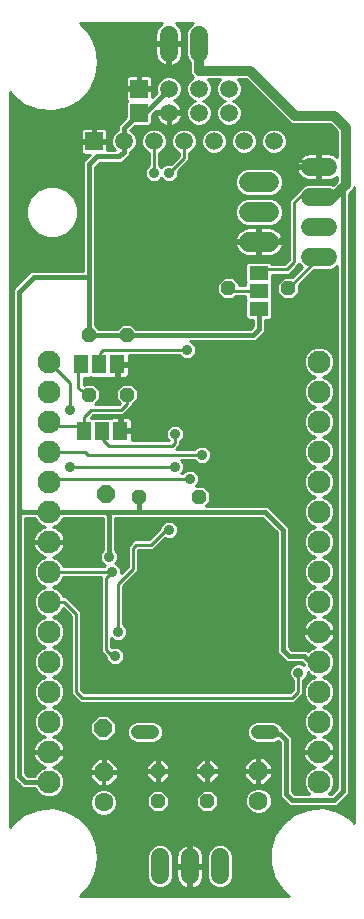
<source format=gbl>
G75*
%MOIN*%
%OFA0B0*%
%FSLAX25Y25*%
%IPPOS*%
%LPD*%
%AMOC8*
5,1,8,0,0,1.08239X$1,22.5*
%
%ADD10C,0.07600*%
%ADD11OC8,0.06000*%
%ADD12R,0.05906X0.05906*%
%ADD13C,0.05906*%
%ADD14OC8,0.04800*%
%ADD15R,0.04600X0.06300*%
%ADD16C,0.06600*%
%ADD17C,0.06000*%
%ADD18R,0.06300X0.04600*%
%ADD19OC8,0.06300*%
%ADD20C,0.06300*%
%ADD21C,0.04800*%
%ADD22C,0.01000*%
%ADD23C,0.01600*%
%ADD24C,0.03543*%
%ADD25C,0.03200*%
D10*
X0115358Y0042000D03*
X0115358Y0052000D03*
X0115358Y0062000D03*
X0115358Y0072000D03*
X0115358Y0082000D03*
X0115358Y0092000D03*
X0115358Y0102000D03*
X0115358Y0112000D03*
X0115358Y0122000D03*
X0115358Y0132000D03*
X0115358Y0142000D03*
X0115358Y0152000D03*
X0115358Y0162000D03*
X0115358Y0172000D03*
X0115358Y0182000D03*
X0205358Y0182000D03*
X0205358Y0172000D03*
X0205358Y0162000D03*
X0205358Y0152000D03*
X0205358Y0142000D03*
X0205358Y0132000D03*
X0205358Y0122000D03*
X0205358Y0112000D03*
X0205358Y0102000D03*
X0205358Y0092000D03*
X0205358Y0082000D03*
X0205358Y0072000D03*
X0205358Y0062000D03*
X0205358Y0052000D03*
X0205358Y0042000D03*
D11*
X0133358Y0060000D03*
X0134319Y0137843D03*
D12*
X0130358Y0255520D03*
X0145358Y0265000D03*
X0145358Y0273000D03*
D13*
X0155358Y0273000D03*
X0155358Y0265000D03*
X0165358Y0265000D03*
X0165358Y0273000D03*
X0175358Y0273000D03*
X0175358Y0265000D03*
X0180358Y0255520D03*
X0190358Y0255520D03*
X0170358Y0255520D03*
X0160358Y0255520D03*
X0150358Y0255520D03*
X0140358Y0255520D03*
D14*
X0175122Y0206528D03*
X0195122Y0206528D03*
X0141263Y0191016D03*
X0128783Y0191016D03*
X0128783Y0171016D03*
X0141263Y0171016D03*
X0145358Y0137000D03*
X0165358Y0137000D03*
X0168082Y0045551D03*
X0168082Y0035551D03*
X0151633Y0035551D03*
X0151633Y0045551D03*
D15*
X0139090Y0158969D03*
X0133090Y0158969D03*
X0127090Y0158969D03*
X0126090Y0181173D03*
X0132090Y0181173D03*
X0138090Y0181173D03*
D16*
X0182058Y0222000D02*
X0188658Y0222000D01*
X0188658Y0232000D02*
X0182058Y0232000D01*
X0182058Y0242000D02*
X0188658Y0242000D01*
D17*
X0202358Y0237000D02*
X0208358Y0237000D01*
X0208358Y0227000D02*
X0202358Y0227000D01*
X0202358Y0217000D02*
X0208358Y0217000D01*
X0208358Y0247000D02*
X0202358Y0247000D01*
X0165358Y0285000D02*
X0165358Y0291000D01*
X0155358Y0291000D02*
X0155358Y0285000D01*
X0152366Y0016843D02*
X0152366Y0010843D01*
X0162366Y0010843D02*
X0162366Y0016843D01*
X0172366Y0016843D02*
X0172366Y0010843D01*
D18*
X0185279Y0199661D03*
X0185279Y0205661D03*
X0185279Y0211661D03*
D19*
X0185161Y0045630D03*
X0133555Y0045165D03*
D20*
X0133555Y0035165D03*
X0185161Y0035630D03*
D21*
X0184966Y0058646D02*
X0189766Y0058646D01*
X0149766Y0058646D02*
X0144966Y0058646D01*
D22*
X0102433Y0027006D02*
X0102433Y0271994D01*
X0103263Y0270777D01*
X0107108Y0267711D01*
X0111686Y0265914D01*
X0116591Y0265546D01*
X0121386Y0266641D01*
X0125645Y0269100D01*
X0125645Y0269100D01*
X0128991Y0272705D01*
X0128991Y0272705D01*
X0131125Y0277137D01*
X0131858Y0282000D01*
X0131125Y0286863D01*
X0128991Y0291295D01*
X0125732Y0294807D01*
X0152942Y0294807D01*
X0152426Y0294432D01*
X0151925Y0293932D01*
X0151509Y0293359D01*
X0151188Y0292727D01*
X0150969Y0292054D01*
X0150858Y0291354D01*
X0150858Y0288500D01*
X0154858Y0288500D01*
X0154858Y0287500D01*
X0155858Y0287500D01*
X0155858Y0288500D01*
X0159858Y0288500D01*
X0159858Y0291354D01*
X0159747Y0292054D01*
X0159528Y0292727D01*
X0159207Y0293359D01*
X0158790Y0293932D01*
X0158289Y0294432D01*
X0157774Y0294807D01*
X0163346Y0294807D01*
X0162929Y0294635D01*
X0161723Y0293429D01*
X0161070Y0291853D01*
X0161070Y0284147D01*
X0161723Y0282571D01*
X0162470Y0281824D01*
X0162470Y0278426D01*
X0162910Y0277364D01*
X0163468Y0276807D01*
X0162956Y0276595D01*
X0161763Y0275402D01*
X0161118Y0273843D01*
X0161118Y0272157D01*
X0161763Y0270598D01*
X0162956Y0269405D01*
X0163935Y0269000D01*
X0162956Y0268595D01*
X0161763Y0267402D01*
X0161118Y0265843D01*
X0161118Y0264157D01*
X0161763Y0262598D01*
X0162956Y0261405D01*
X0164514Y0260760D01*
X0166201Y0260760D01*
X0167760Y0261405D01*
X0168952Y0262598D01*
X0169598Y0264157D01*
X0169598Y0265843D01*
X0168952Y0267402D01*
X0167760Y0268595D01*
X0166781Y0269000D01*
X0167760Y0269405D01*
X0168952Y0270598D01*
X0169598Y0272157D01*
X0169598Y0273843D01*
X0168952Y0275402D01*
X0168242Y0276113D01*
X0172474Y0276113D01*
X0171763Y0275402D01*
X0171118Y0273843D01*
X0171118Y0272157D01*
X0171763Y0270598D01*
X0172956Y0269405D01*
X0173935Y0269000D01*
X0172956Y0268595D01*
X0171763Y0267402D01*
X0171118Y0265843D01*
X0171118Y0264157D01*
X0171763Y0262598D01*
X0172956Y0261405D01*
X0174514Y0260760D01*
X0176201Y0260760D01*
X0177760Y0261405D01*
X0178952Y0262598D01*
X0179598Y0264157D01*
X0179598Y0265843D01*
X0178952Y0267402D01*
X0177760Y0268595D01*
X0176781Y0269000D01*
X0177760Y0269405D01*
X0178952Y0270598D01*
X0179598Y0272157D01*
X0179598Y0273843D01*
X0178952Y0275402D01*
X0178242Y0276113D01*
X0181162Y0276113D01*
X0194910Y0262364D01*
X0195722Y0261552D01*
X0196784Y0261113D01*
X0209162Y0261113D01*
X0211470Y0258804D01*
X0211470Y0250251D01*
X0211289Y0250432D01*
X0210716Y0250849D01*
X0210085Y0251170D01*
X0209412Y0251389D01*
X0208712Y0251500D01*
X0205858Y0251500D01*
X0205858Y0247500D01*
X0204858Y0247500D01*
X0204858Y0251500D01*
X0202004Y0251500D01*
X0201304Y0251389D01*
X0200630Y0251170D01*
X0199999Y0250849D01*
X0199426Y0250432D01*
X0198925Y0249932D01*
X0198509Y0249359D01*
X0198188Y0248727D01*
X0197969Y0248054D01*
X0197881Y0247500D01*
X0204858Y0247500D01*
X0204858Y0246500D01*
X0205858Y0246500D01*
X0205858Y0242500D01*
X0208712Y0242500D01*
X0209412Y0242611D01*
X0210085Y0242830D01*
X0210716Y0243151D01*
X0211289Y0243568D01*
X0211470Y0243749D01*
X0211470Y0242196D01*
X0210410Y0241136D01*
X0210166Y0240892D01*
X0209211Y0241287D01*
X0201505Y0241287D01*
X0199929Y0240635D01*
X0198723Y0239429D01*
X0198640Y0239227D01*
X0197783Y0238370D01*
X0195303Y0235890D01*
X0195303Y0216047D01*
X0193869Y0214614D01*
X0189597Y0214614D01*
X0188962Y0215249D01*
X0181596Y0215249D01*
X0180842Y0214495D01*
X0180842Y0208828D01*
X0181008Y0208661D01*
X0180842Y0208495D01*
X0180842Y0207449D01*
X0178809Y0207449D01*
X0178809Y0208055D01*
X0176649Y0210215D01*
X0173594Y0210215D01*
X0171434Y0208055D01*
X0171434Y0205000D01*
X0173594Y0202840D01*
X0176649Y0202840D01*
X0177683Y0203874D01*
X0180842Y0203874D01*
X0180842Y0202828D01*
X0181008Y0202661D01*
X0180842Y0202495D01*
X0180842Y0196828D01*
X0181596Y0196074D01*
X0183270Y0196074D01*
X0183270Y0193865D01*
X0182509Y0193103D01*
X0144391Y0193103D01*
X0142791Y0194703D01*
X0139736Y0194703D01*
X0138136Y0193103D01*
X0131910Y0193103D01*
X0130870Y0194143D01*
X0130870Y0247072D01*
X0132222Y0248424D01*
X0139734Y0248424D01*
X0141223Y0249913D01*
X0142445Y0251135D01*
X0142445Y0251795D01*
X0142760Y0251925D01*
X0143952Y0253118D01*
X0144598Y0254676D01*
X0144598Y0256363D01*
X0143952Y0257922D01*
X0142760Y0259114D01*
X0142522Y0259213D01*
X0144070Y0260760D01*
X0148844Y0260760D01*
X0149598Y0261514D01*
X0149598Y0264288D01*
X0150951Y0265641D01*
X0150926Y0265484D01*
X0154874Y0265484D01*
X0154874Y0264516D01*
X0155842Y0264516D01*
X0155842Y0265484D01*
X0159789Y0265484D01*
X0159701Y0266043D01*
X0159484Y0266709D01*
X0159166Y0267334D01*
X0158754Y0267901D01*
X0158259Y0268396D01*
X0157692Y0268808D01*
X0157076Y0269122D01*
X0157760Y0269405D01*
X0158952Y0270598D01*
X0159598Y0272157D01*
X0159598Y0273843D01*
X0158952Y0275402D01*
X0157760Y0276595D01*
X0156201Y0277240D01*
X0154514Y0277240D01*
X0152956Y0276595D01*
X0151763Y0275402D01*
X0151118Y0273843D01*
X0151118Y0272157D01*
X0151248Y0271842D01*
X0149811Y0270405D01*
X0149811Y0272516D01*
X0145842Y0272516D01*
X0145842Y0273484D01*
X0149811Y0273484D01*
X0149811Y0276150D01*
X0149708Y0276532D01*
X0149511Y0276874D01*
X0149232Y0277153D01*
X0148890Y0277351D01*
X0148508Y0277453D01*
X0145842Y0277453D01*
X0145842Y0273484D01*
X0144874Y0273484D01*
X0144874Y0272516D01*
X0140905Y0272516D01*
X0140905Y0269850D01*
X0141007Y0269468D01*
X0141205Y0269126D01*
X0141481Y0268850D01*
X0141118Y0268486D01*
X0141118Y0263712D01*
X0138270Y0260865D01*
X0138270Y0259245D01*
X0137956Y0259114D01*
X0136763Y0257922D01*
X0136118Y0256363D01*
X0136118Y0254676D01*
X0136763Y0253118D01*
X0137282Y0252599D01*
X0134811Y0252599D01*
X0134811Y0255035D01*
X0130842Y0255035D01*
X0130842Y0256004D01*
X0129874Y0256004D01*
X0129874Y0259972D01*
X0127208Y0259972D01*
X0126826Y0259870D01*
X0126484Y0259673D01*
X0126205Y0259393D01*
X0126007Y0259051D01*
X0125905Y0258670D01*
X0125905Y0256004D01*
X0129874Y0256004D01*
X0129874Y0255035D01*
X0125905Y0255035D01*
X0125905Y0252369D01*
X0126007Y0251988D01*
X0126205Y0251646D01*
X0126484Y0251367D01*
X0126826Y0251169D01*
X0127208Y0251067D01*
X0128961Y0251067D01*
X0126696Y0248802D01*
X0126696Y0212434D01*
X0109414Y0212434D01*
X0108192Y0211211D01*
X0103231Y0206250D01*
X0103231Y0043175D01*
X0104454Y0041952D01*
X0105270Y0041135D01*
X0106493Y0039913D01*
X0110716Y0039913D01*
X0111045Y0039118D01*
X0112476Y0037687D01*
X0114346Y0036913D01*
X0116370Y0036913D01*
X0118240Y0037687D01*
X0119671Y0039118D01*
X0120445Y0040988D01*
X0120445Y0043012D01*
X0119671Y0044882D01*
X0118240Y0046313D01*
X0116818Y0046902D01*
X0117392Y0047088D01*
X0118136Y0047467D01*
X0118811Y0047957D01*
X0119400Y0048547D01*
X0119891Y0049222D01*
X0120270Y0049966D01*
X0120527Y0050759D01*
X0120658Y0051583D01*
X0120658Y0051713D01*
X0115645Y0051713D01*
X0115645Y0052287D01*
X0120658Y0052287D01*
X0120658Y0052417D01*
X0120527Y0053241D01*
X0120270Y0054034D01*
X0119891Y0054778D01*
X0119400Y0055453D01*
X0118811Y0056043D01*
X0118136Y0056533D01*
X0117392Y0056912D01*
X0116818Y0057098D01*
X0118240Y0057687D01*
X0119671Y0059118D01*
X0120445Y0060988D01*
X0120445Y0063012D01*
X0119671Y0064882D01*
X0118240Y0066313D01*
X0116581Y0067000D01*
X0118240Y0067687D01*
X0119671Y0069118D01*
X0120445Y0070988D01*
X0120445Y0073012D01*
X0119671Y0074882D01*
X0118240Y0076313D01*
X0116581Y0077000D01*
X0118240Y0077687D01*
X0119671Y0079118D01*
X0120445Y0080988D01*
X0120445Y0083012D01*
X0119671Y0084882D01*
X0118240Y0086313D01*
X0116581Y0087000D01*
X0118240Y0087687D01*
X0119671Y0089118D01*
X0120445Y0090988D01*
X0120445Y0093012D01*
X0119671Y0094882D01*
X0118240Y0096313D01*
X0116581Y0097000D01*
X0118240Y0097687D01*
X0119671Y0099118D01*
X0119976Y0099854D01*
X0119976Y0099854D01*
X0122570Y0097260D01*
X0122570Y0071260D01*
X0124570Y0069260D01*
X0125617Y0068213D01*
X0197098Y0068213D01*
X0198145Y0069260D01*
X0199098Y0070213D01*
X0200145Y0071260D01*
X0200145Y0075787D01*
X0200217Y0075816D01*
X0201077Y0076677D01*
X0201543Y0077801D01*
X0201543Y0078620D01*
X0202476Y0077687D01*
X0204135Y0077000D01*
X0202476Y0076313D01*
X0201045Y0074882D01*
X0200270Y0073012D01*
X0200270Y0070988D01*
X0201045Y0069118D01*
X0202476Y0067687D01*
X0204135Y0067000D01*
X0202476Y0066313D01*
X0201045Y0064882D01*
X0200270Y0063012D01*
X0200270Y0060988D01*
X0201045Y0059118D01*
X0202476Y0057687D01*
X0203898Y0057098D01*
X0203323Y0056912D01*
X0202580Y0056533D01*
X0201905Y0056043D01*
X0201315Y0055453D01*
X0200825Y0054778D01*
X0200446Y0054034D01*
X0200188Y0053241D01*
X0200058Y0052417D01*
X0200058Y0052287D01*
X0205070Y0052287D01*
X0205070Y0051713D01*
X0200058Y0051713D01*
X0200058Y0051583D01*
X0200188Y0050759D01*
X0200446Y0049966D01*
X0200825Y0049222D01*
X0201315Y0048547D01*
X0201905Y0047957D01*
X0202580Y0047467D01*
X0203323Y0047088D01*
X0203898Y0046902D01*
X0202476Y0046313D01*
X0201045Y0044882D01*
X0200270Y0043012D01*
X0200270Y0040988D01*
X0201045Y0039118D01*
X0202076Y0038087D01*
X0197223Y0038087D01*
X0196445Y0038865D01*
X0196445Y0056865D01*
X0194445Y0058865D01*
X0193223Y0060087D01*
X0193160Y0060087D01*
X0192892Y0060734D01*
X0191854Y0061772D01*
X0190499Y0062333D01*
X0184232Y0062333D01*
X0182877Y0061772D01*
X0181840Y0060734D01*
X0181278Y0059379D01*
X0181278Y0057912D01*
X0181840Y0056557D01*
X0182877Y0055520D01*
X0184232Y0054958D01*
X0190499Y0054958D01*
X0191854Y0055520D01*
X0191870Y0055535D01*
X0192270Y0055135D01*
X0192270Y0037135D01*
X0193493Y0035913D01*
X0195493Y0033913D01*
X0211223Y0033913D01*
X0214222Y0036913D01*
X0214223Y0036913D01*
X0215445Y0038135D01*
X0215445Y0238004D01*
X0215993Y0238552D01*
X0216806Y0239364D01*
X0217181Y0240270D01*
X0217181Y0028246D01*
X0215645Y0029900D01*
X0211386Y0032359D01*
X0206591Y0033454D01*
X0201686Y0033086D01*
X0197108Y0031289D01*
X0193263Y0028223D01*
X0193263Y0028223D01*
X0190492Y0024159D01*
X0189042Y0019459D01*
X0189042Y0014541D01*
X0190492Y0009841D01*
X0190492Y0009841D01*
X0193263Y0005777D01*
X0195397Y0004075D01*
X0125602Y0004075D01*
X0125645Y0004100D01*
X0128991Y0007705D01*
X0131125Y0012137D01*
X0131858Y0017000D01*
X0131125Y0021863D01*
X0128991Y0026295D01*
X0125645Y0029900D01*
X0121386Y0032359D01*
X0116591Y0033454D01*
X0111686Y0033086D01*
X0107108Y0031289D01*
X0103263Y0028223D01*
X0103263Y0028223D01*
X0102433Y0027006D01*
X0102433Y0027961D02*
X0103084Y0027961D01*
X0102433Y0028960D02*
X0104187Y0028960D01*
X0105439Y0029958D02*
X0102433Y0029958D01*
X0102433Y0030957D02*
X0106691Y0030957D01*
X0107108Y0031289D02*
X0107108Y0031289D01*
X0108805Y0031955D02*
X0102433Y0031955D01*
X0102433Y0032954D02*
X0111349Y0032954D01*
X0111686Y0033086D02*
X0111686Y0033086D01*
X0114261Y0036948D02*
X0102433Y0036948D01*
X0102433Y0037946D02*
X0112217Y0037946D01*
X0111218Y0038945D02*
X0102433Y0038945D01*
X0102433Y0039943D02*
X0106462Y0039943D01*
X0105464Y0040942D02*
X0102433Y0040942D01*
X0102433Y0041940D02*
X0104465Y0041940D01*
X0104454Y0041952D02*
X0104454Y0041952D01*
X0103467Y0042939D02*
X0102433Y0042939D01*
X0102433Y0043937D02*
X0103231Y0043937D01*
X0103231Y0044936D02*
X0102433Y0044936D01*
X0102433Y0045934D02*
X0103231Y0045934D01*
X0103231Y0046933D02*
X0102433Y0046933D01*
X0102433Y0047932D02*
X0103231Y0047932D01*
X0103231Y0048930D02*
X0102433Y0048930D01*
X0102433Y0049929D02*
X0103231Y0049929D01*
X0103231Y0050927D02*
X0102433Y0050927D01*
X0102433Y0051926D02*
X0103231Y0051926D01*
X0103231Y0052924D02*
X0102433Y0052924D01*
X0102433Y0053923D02*
X0103231Y0053923D01*
X0103231Y0054921D02*
X0102433Y0054921D01*
X0102433Y0055920D02*
X0103231Y0055920D01*
X0103231Y0056918D02*
X0102433Y0056918D01*
X0102433Y0057917D02*
X0103231Y0057917D01*
X0103231Y0058915D02*
X0102433Y0058915D01*
X0102433Y0059914D02*
X0103231Y0059914D01*
X0103231Y0060912D02*
X0102433Y0060912D01*
X0102433Y0061911D02*
X0103231Y0061911D01*
X0103231Y0062909D02*
X0102433Y0062909D01*
X0102433Y0063908D02*
X0103231Y0063908D01*
X0103231Y0064906D02*
X0102433Y0064906D01*
X0102433Y0065905D02*
X0103231Y0065905D01*
X0103231Y0066903D02*
X0102433Y0066903D01*
X0102433Y0067902D02*
X0103231Y0067902D01*
X0103231Y0068900D02*
X0102433Y0068900D01*
X0102433Y0069899D02*
X0103231Y0069899D01*
X0103231Y0070897D02*
X0102433Y0070897D01*
X0102433Y0071896D02*
X0103231Y0071896D01*
X0103231Y0072894D02*
X0102433Y0072894D01*
X0102433Y0073893D02*
X0103231Y0073893D01*
X0103231Y0074891D02*
X0102433Y0074891D01*
X0102433Y0075890D02*
X0103231Y0075890D01*
X0103231Y0076888D02*
X0102433Y0076888D01*
X0102433Y0077887D02*
X0103231Y0077887D01*
X0103231Y0078885D02*
X0102433Y0078885D01*
X0102433Y0079884D02*
X0103231Y0079884D01*
X0103231Y0080882D02*
X0102433Y0080882D01*
X0102433Y0081881D02*
X0103231Y0081881D01*
X0103231Y0082879D02*
X0102433Y0082879D01*
X0102433Y0083878D02*
X0103231Y0083878D01*
X0103231Y0084876D02*
X0102433Y0084876D01*
X0102433Y0085875D02*
X0103231Y0085875D01*
X0103231Y0086873D02*
X0102433Y0086873D01*
X0102433Y0087872D02*
X0103231Y0087872D01*
X0103231Y0088870D02*
X0102433Y0088870D01*
X0102433Y0089869D02*
X0103231Y0089869D01*
X0103231Y0090868D02*
X0102433Y0090868D01*
X0102433Y0091866D02*
X0103231Y0091866D01*
X0103231Y0092865D02*
X0102433Y0092865D01*
X0102433Y0093863D02*
X0103231Y0093863D01*
X0103231Y0094862D02*
X0102433Y0094862D01*
X0102433Y0095860D02*
X0103231Y0095860D01*
X0103231Y0096859D02*
X0102433Y0096859D01*
X0102433Y0097857D02*
X0103231Y0097857D01*
X0103231Y0098856D02*
X0102433Y0098856D01*
X0102433Y0099854D02*
X0103231Y0099854D01*
X0103231Y0100853D02*
X0102433Y0100853D01*
X0102433Y0101851D02*
X0103231Y0101851D01*
X0103231Y0102850D02*
X0102433Y0102850D01*
X0102433Y0103848D02*
X0103231Y0103848D01*
X0103231Y0104847D02*
X0102433Y0104847D01*
X0102433Y0105845D02*
X0103231Y0105845D01*
X0103231Y0106844D02*
X0102433Y0106844D01*
X0102433Y0107842D02*
X0103231Y0107842D01*
X0103231Y0108841D02*
X0102433Y0108841D01*
X0102433Y0109839D02*
X0103231Y0109839D01*
X0103231Y0110838D02*
X0102433Y0110838D01*
X0102433Y0111836D02*
X0103231Y0111836D01*
X0103231Y0112835D02*
X0102433Y0112835D01*
X0102433Y0113833D02*
X0103231Y0113833D01*
X0103231Y0114832D02*
X0102433Y0114832D01*
X0102433Y0115830D02*
X0103231Y0115830D01*
X0103231Y0116829D02*
X0102433Y0116829D01*
X0102433Y0117827D02*
X0103231Y0117827D01*
X0103231Y0118826D02*
X0102433Y0118826D01*
X0102433Y0119824D02*
X0103231Y0119824D01*
X0103231Y0120823D02*
X0102433Y0120823D01*
X0102433Y0121821D02*
X0103231Y0121821D01*
X0103231Y0122820D02*
X0102433Y0122820D01*
X0102433Y0123818D02*
X0103231Y0123818D01*
X0103231Y0124817D02*
X0102433Y0124817D01*
X0102433Y0125815D02*
X0103231Y0125815D01*
X0103231Y0126814D02*
X0102433Y0126814D01*
X0102433Y0127812D02*
X0103231Y0127812D01*
X0103231Y0128811D02*
X0102433Y0128811D01*
X0102433Y0129809D02*
X0103231Y0129809D01*
X0103231Y0130808D02*
X0102433Y0130808D01*
X0102433Y0131806D02*
X0103231Y0131806D01*
X0103231Y0132805D02*
X0102433Y0132805D01*
X0102433Y0133803D02*
X0103231Y0133803D01*
X0103231Y0134802D02*
X0102433Y0134802D01*
X0102433Y0135801D02*
X0103231Y0135801D01*
X0103231Y0136799D02*
X0102433Y0136799D01*
X0102433Y0137798D02*
X0103231Y0137798D01*
X0103231Y0138796D02*
X0102433Y0138796D01*
X0102433Y0139795D02*
X0103231Y0139795D01*
X0103231Y0140793D02*
X0102433Y0140793D01*
X0102433Y0141792D02*
X0103231Y0141792D01*
X0103231Y0142790D02*
X0102433Y0142790D01*
X0102433Y0143789D02*
X0103231Y0143789D01*
X0103231Y0144787D02*
X0102433Y0144787D01*
X0102433Y0145786D02*
X0103231Y0145786D01*
X0103231Y0146784D02*
X0102433Y0146784D01*
X0102433Y0147783D02*
X0103231Y0147783D01*
X0103231Y0148781D02*
X0102433Y0148781D01*
X0102433Y0149780D02*
X0103231Y0149780D01*
X0103231Y0150778D02*
X0102433Y0150778D01*
X0102433Y0151777D02*
X0103231Y0151777D01*
X0103231Y0152775D02*
X0102433Y0152775D01*
X0102433Y0153774D02*
X0103231Y0153774D01*
X0103231Y0154772D02*
X0102433Y0154772D01*
X0102433Y0155771D02*
X0103231Y0155771D01*
X0103231Y0156769D02*
X0102433Y0156769D01*
X0102433Y0157768D02*
X0103231Y0157768D01*
X0103231Y0158766D02*
X0102433Y0158766D01*
X0102433Y0159765D02*
X0103231Y0159765D01*
X0103231Y0160763D02*
X0102433Y0160763D01*
X0102433Y0161762D02*
X0103231Y0161762D01*
X0103231Y0162760D02*
X0102433Y0162760D01*
X0102433Y0163759D02*
X0103231Y0163759D01*
X0103231Y0164757D02*
X0102433Y0164757D01*
X0102433Y0165756D02*
X0103231Y0165756D01*
X0103231Y0166754D02*
X0102433Y0166754D01*
X0102433Y0167753D02*
X0103231Y0167753D01*
X0103231Y0168751D02*
X0102433Y0168751D01*
X0102433Y0169750D02*
X0103231Y0169750D01*
X0103231Y0170748D02*
X0102433Y0170748D01*
X0102433Y0171747D02*
X0103231Y0171747D01*
X0103231Y0172745D02*
X0102433Y0172745D01*
X0102433Y0173744D02*
X0103231Y0173744D01*
X0103231Y0174742D02*
X0102433Y0174742D01*
X0102433Y0175741D02*
X0103231Y0175741D01*
X0103231Y0176739D02*
X0102433Y0176739D01*
X0102433Y0177738D02*
X0103231Y0177738D01*
X0103231Y0178737D02*
X0102433Y0178737D01*
X0102433Y0179735D02*
X0103231Y0179735D01*
X0103231Y0180734D02*
X0102433Y0180734D01*
X0102433Y0181732D02*
X0103231Y0181732D01*
X0103231Y0182731D02*
X0102433Y0182731D01*
X0102433Y0183729D02*
X0103231Y0183729D01*
X0103231Y0184728D02*
X0102433Y0184728D01*
X0102433Y0185726D02*
X0103231Y0185726D01*
X0103231Y0186725D02*
X0102433Y0186725D01*
X0102433Y0187723D02*
X0103231Y0187723D01*
X0103231Y0188722D02*
X0102433Y0188722D01*
X0102433Y0189720D02*
X0103231Y0189720D01*
X0103231Y0190719D02*
X0102433Y0190719D01*
X0102433Y0191717D02*
X0103231Y0191717D01*
X0103231Y0192716D02*
X0102433Y0192716D01*
X0102433Y0193714D02*
X0103231Y0193714D01*
X0103231Y0194713D02*
X0102433Y0194713D01*
X0102433Y0195711D02*
X0103231Y0195711D01*
X0103231Y0196710D02*
X0102433Y0196710D01*
X0102433Y0197708D02*
X0103231Y0197708D01*
X0103231Y0198707D02*
X0102433Y0198707D01*
X0102433Y0199705D02*
X0103231Y0199705D01*
X0103231Y0200704D02*
X0102433Y0200704D01*
X0102433Y0201702D02*
X0103231Y0201702D01*
X0103231Y0202701D02*
X0102433Y0202701D01*
X0102433Y0203699D02*
X0103231Y0203699D01*
X0103231Y0204698D02*
X0102433Y0204698D01*
X0102433Y0205696D02*
X0103231Y0205696D01*
X0103675Y0206695D02*
X0102433Y0206695D01*
X0102433Y0207693D02*
X0104674Y0207693D01*
X0105672Y0208692D02*
X0102433Y0208692D01*
X0102433Y0209690D02*
X0106671Y0209690D01*
X0107670Y0210689D02*
X0102433Y0210689D01*
X0102433Y0211687D02*
X0108668Y0211687D01*
X0102433Y0212686D02*
X0126696Y0212686D01*
X0126696Y0213684D02*
X0102433Y0213684D01*
X0102433Y0214683D02*
X0126696Y0214683D01*
X0126696Y0215681D02*
X0102433Y0215681D01*
X0102433Y0216680D02*
X0126696Y0216680D01*
X0126696Y0217678D02*
X0102433Y0217678D01*
X0102433Y0218677D02*
X0126696Y0218677D01*
X0126696Y0219675D02*
X0102433Y0219675D01*
X0102433Y0220674D02*
X0126696Y0220674D01*
X0126696Y0221672D02*
X0102433Y0221672D01*
X0102433Y0222671D02*
X0126696Y0222671D01*
X0126696Y0223670D02*
X0118653Y0223670D01*
X0118064Y0223425D02*
X0121215Y0224731D01*
X0123627Y0227143D01*
X0124933Y0230294D01*
X0124933Y0233706D01*
X0123627Y0236857D01*
X0121215Y0239269D01*
X0118064Y0240575D01*
X0114652Y0240575D01*
X0111501Y0239269D01*
X0109089Y0236857D01*
X0107783Y0233706D01*
X0107783Y0230294D01*
X0109089Y0227143D01*
X0111501Y0224731D01*
X0114652Y0223425D01*
X0118064Y0223425D01*
X0121064Y0224668D02*
X0126696Y0224668D01*
X0126696Y0225667D02*
X0122151Y0225667D01*
X0123150Y0226665D02*
X0126696Y0226665D01*
X0126696Y0227664D02*
X0123843Y0227664D01*
X0124257Y0228662D02*
X0126696Y0228662D01*
X0126696Y0229661D02*
X0124670Y0229661D01*
X0124933Y0230659D02*
X0126696Y0230659D01*
X0126696Y0231658D02*
X0124933Y0231658D01*
X0124933Y0232656D02*
X0126696Y0232656D01*
X0126696Y0233655D02*
X0124933Y0233655D01*
X0124540Y0234653D02*
X0126696Y0234653D01*
X0126696Y0235652D02*
X0124127Y0235652D01*
X0123713Y0236650D02*
X0126696Y0236650D01*
X0126696Y0237649D02*
X0122836Y0237649D01*
X0121837Y0238647D02*
X0126696Y0238647D01*
X0126696Y0239646D02*
X0120307Y0239646D01*
X0126696Y0240644D02*
X0102433Y0240644D01*
X0102433Y0239646D02*
X0112409Y0239646D01*
X0110878Y0238647D02*
X0102433Y0238647D01*
X0102433Y0237649D02*
X0109880Y0237649D01*
X0109003Y0236650D02*
X0102433Y0236650D01*
X0102433Y0235652D02*
X0108589Y0235652D01*
X0108176Y0234653D02*
X0102433Y0234653D01*
X0102433Y0233655D02*
X0107783Y0233655D01*
X0107783Y0232656D02*
X0102433Y0232656D01*
X0102433Y0231658D02*
X0107783Y0231658D01*
X0107783Y0230659D02*
X0102433Y0230659D01*
X0102433Y0229661D02*
X0108046Y0229661D01*
X0108459Y0228662D02*
X0102433Y0228662D01*
X0102433Y0227664D02*
X0108873Y0227664D01*
X0109566Y0226665D02*
X0102433Y0226665D01*
X0102433Y0225667D02*
X0110565Y0225667D01*
X0111652Y0224668D02*
X0102433Y0224668D01*
X0102433Y0223670D02*
X0114062Y0223670D01*
X0130870Y0223670D02*
X0177553Y0223670D01*
X0177610Y0223843D02*
X0177376Y0223124D01*
X0177277Y0222500D01*
X0184858Y0222500D01*
X0184858Y0226800D01*
X0181680Y0226800D01*
X0180934Y0226682D01*
X0180215Y0226448D01*
X0179542Y0226105D01*
X0178931Y0225661D01*
X0178397Y0225127D01*
X0177953Y0224516D01*
X0177610Y0223843D01*
X0178063Y0224668D02*
X0130870Y0224668D01*
X0130870Y0225667D02*
X0178938Y0225667D01*
X0180882Y0226665D02*
X0130870Y0226665D01*
X0130870Y0227664D02*
X0180539Y0227664D01*
X0181145Y0227413D02*
X0179459Y0228111D01*
X0178169Y0229401D01*
X0177470Y0231087D01*
X0177470Y0232912D01*
X0178169Y0234599D01*
X0179459Y0235889D01*
X0181145Y0236587D01*
X0189570Y0236587D01*
X0191256Y0235889D01*
X0192547Y0234599D01*
X0193245Y0232912D01*
X0193245Y0231087D01*
X0192547Y0229401D01*
X0191256Y0228111D01*
X0189570Y0227413D01*
X0181145Y0227413D01*
X0178908Y0228662D02*
X0130870Y0228662D01*
X0130870Y0229661D02*
X0178062Y0229661D01*
X0177648Y0230659D02*
X0130870Y0230659D01*
X0130870Y0231658D02*
X0177470Y0231658D01*
X0177470Y0232656D02*
X0130870Y0232656D01*
X0130870Y0233655D02*
X0177778Y0233655D01*
X0178223Y0234653D02*
X0130870Y0234653D01*
X0130870Y0235652D02*
X0179222Y0235652D01*
X0180575Y0237649D02*
X0130870Y0237649D01*
X0130870Y0238647D02*
X0178923Y0238647D01*
X0179459Y0238111D02*
X0178169Y0239401D01*
X0177470Y0241087D01*
X0177470Y0242912D01*
X0178169Y0244599D01*
X0179459Y0245889D01*
X0181145Y0246587D01*
X0189570Y0246587D01*
X0191256Y0245889D01*
X0192547Y0244599D01*
X0193245Y0242912D01*
X0193245Y0241087D01*
X0192547Y0239401D01*
X0191256Y0238111D01*
X0189570Y0237413D01*
X0181145Y0237413D01*
X0179459Y0238111D01*
X0178068Y0239646D02*
X0130870Y0239646D01*
X0130870Y0240644D02*
X0177654Y0240644D01*
X0177470Y0241643D02*
X0130870Y0241643D01*
X0130870Y0242641D02*
X0148390Y0242641D01*
X0148625Y0242407D02*
X0149749Y0241941D01*
X0150966Y0241941D01*
X0152091Y0242407D01*
X0152858Y0243174D01*
X0153625Y0242407D01*
X0154749Y0241941D01*
X0155966Y0241941D01*
X0157091Y0242407D01*
X0157951Y0243267D01*
X0158417Y0244392D01*
X0158417Y0245531D01*
X0161098Y0248213D01*
X0162145Y0249260D01*
X0162145Y0251671D01*
X0162760Y0251925D01*
X0163952Y0253118D01*
X0164598Y0254676D01*
X0164598Y0256363D01*
X0163952Y0257922D01*
X0162760Y0259114D01*
X0161201Y0259760D01*
X0159514Y0259760D01*
X0157956Y0259114D01*
X0156763Y0257922D01*
X0156118Y0256363D01*
X0156118Y0254676D01*
X0156763Y0253118D01*
X0157956Y0251925D01*
X0158570Y0251671D01*
X0158570Y0250740D01*
X0155889Y0248059D01*
X0154749Y0248059D01*
X0153625Y0247593D01*
X0152858Y0246826D01*
X0152145Y0247539D01*
X0152145Y0251671D01*
X0152760Y0251925D01*
X0153952Y0253118D01*
X0154598Y0254676D01*
X0154598Y0256363D01*
X0153952Y0257922D01*
X0152760Y0259114D01*
X0151201Y0259760D01*
X0149514Y0259760D01*
X0147956Y0259114D01*
X0146763Y0257922D01*
X0146118Y0256363D01*
X0146118Y0254676D01*
X0146763Y0253118D01*
X0147956Y0251925D01*
X0148570Y0251671D01*
X0148570Y0247539D01*
X0147765Y0246733D01*
X0147299Y0245608D01*
X0147299Y0244392D01*
X0147765Y0243267D01*
X0148625Y0242407D01*
X0147610Y0243640D02*
X0130870Y0243640D01*
X0130870Y0244638D02*
X0147299Y0244638D01*
X0147311Y0245637D02*
X0130870Y0245637D01*
X0130870Y0246635D02*
X0147724Y0246635D01*
X0148570Y0247634D02*
X0131432Y0247634D01*
X0128523Y0250629D02*
X0102433Y0250629D01*
X0102433Y0249631D02*
X0127525Y0249631D01*
X0126696Y0248632D02*
X0102433Y0248632D01*
X0102433Y0247634D02*
X0126696Y0247634D01*
X0126696Y0246635D02*
X0102433Y0246635D01*
X0102433Y0245637D02*
X0126696Y0245637D01*
X0126696Y0244638D02*
X0102433Y0244638D01*
X0102433Y0243640D02*
X0126696Y0243640D01*
X0126696Y0242641D02*
X0102433Y0242641D01*
X0102433Y0241643D02*
X0126696Y0241643D01*
X0130870Y0236650D02*
X0196063Y0236650D01*
X0195303Y0235652D02*
X0191494Y0235652D01*
X0192492Y0234653D02*
X0195303Y0234653D01*
X0195303Y0233655D02*
X0192938Y0233655D01*
X0193245Y0232656D02*
X0195303Y0232656D01*
X0195303Y0231658D02*
X0193245Y0231658D01*
X0193068Y0230659D02*
X0195303Y0230659D01*
X0195303Y0229661D02*
X0192654Y0229661D01*
X0191808Y0228662D02*
X0195303Y0228662D01*
X0195303Y0227664D02*
X0190176Y0227664D01*
X0189833Y0226665D02*
X0195303Y0226665D01*
X0195303Y0225667D02*
X0191778Y0225667D01*
X0191785Y0225661D02*
X0191174Y0226105D01*
X0190500Y0226448D01*
X0189782Y0226682D01*
X0189036Y0226800D01*
X0185858Y0226800D01*
X0185858Y0222500D01*
X0193438Y0222500D01*
X0193340Y0223124D01*
X0193106Y0223843D01*
X0192763Y0224516D01*
X0192319Y0225127D01*
X0191785Y0225661D01*
X0192653Y0224668D02*
X0195303Y0224668D01*
X0194610Y0225228D02*
X0194610Y0245071D01*
X0198394Y0248855D01*
X0203410Y0248855D01*
X0205265Y0247000D01*
X0205358Y0247000D01*
X0204858Y0246635D02*
X0159521Y0246635D01*
X0158522Y0245637D02*
X0179207Y0245637D01*
X0178209Y0244638D02*
X0158417Y0244638D01*
X0158106Y0243640D02*
X0177772Y0243640D01*
X0177470Y0242641D02*
X0157325Y0242641D01*
X0155358Y0245000D02*
X0160358Y0250000D01*
X0160358Y0255520D01*
X0164598Y0255622D02*
X0166118Y0255622D01*
X0166118Y0256363D02*
X0166118Y0254676D01*
X0166763Y0253118D01*
X0167956Y0251925D01*
X0169514Y0251280D01*
X0171201Y0251280D01*
X0172760Y0251925D01*
X0173952Y0253118D01*
X0174598Y0254676D01*
X0174598Y0256363D01*
X0173952Y0257922D01*
X0172760Y0259114D01*
X0171201Y0259760D01*
X0169514Y0259760D01*
X0167956Y0259114D01*
X0166763Y0257922D01*
X0166118Y0256363D01*
X0166224Y0256620D02*
X0164491Y0256620D01*
X0164078Y0257619D02*
X0166638Y0257619D01*
X0167459Y0258617D02*
X0163257Y0258617D01*
X0161549Y0259616D02*
X0169167Y0259616D01*
X0167967Y0261613D02*
X0172748Y0261613D01*
X0171758Y0262611D02*
X0168958Y0262611D01*
X0169372Y0263610D02*
X0171344Y0263610D01*
X0171118Y0264608D02*
X0169598Y0264608D01*
X0169598Y0265607D02*
X0171118Y0265607D01*
X0171433Y0266605D02*
X0169282Y0266605D01*
X0168750Y0267604D02*
X0171965Y0267604D01*
X0172975Y0268603D02*
X0167741Y0268603D01*
X0167955Y0269601D02*
X0172760Y0269601D01*
X0171763Y0270600D02*
X0168953Y0270600D01*
X0169367Y0271598D02*
X0171349Y0271598D01*
X0171118Y0272597D02*
X0169598Y0272597D01*
X0169598Y0273595D02*
X0171118Y0273595D01*
X0171428Y0274594D02*
X0169287Y0274594D01*
X0168762Y0275592D02*
X0171954Y0275592D01*
X0178762Y0275592D02*
X0181682Y0275592D01*
X0182681Y0274594D02*
X0179287Y0274594D01*
X0179598Y0273595D02*
X0183679Y0273595D01*
X0184678Y0272597D02*
X0179598Y0272597D01*
X0179367Y0271598D02*
X0185676Y0271598D01*
X0186675Y0270600D02*
X0178953Y0270600D01*
X0177955Y0269601D02*
X0187673Y0269601D01*
X0188672Y0268603D02*
X0177741Y0268603D01*
X0178750Y0267604D02*
X0189670Y0267604D01*
X0190669Y0266605D02*
X0179282Y0266605D01*
X0179598Y0265607D02*
X0191667Y0265607D01*
X0192666Y0264608D02*
X0179598Y0264608D01*
X0179372Y0263610D02*
X0193664Y0263610D01*
X0194663Y0262611D02*
X0178958Y0262611D01*
X0177967Y0261613D02*
X0195662Y0261613D01*
X0192760Y0259114D02*
X0191201Y0259760D01*
X0189514Y0259760D01*
X0187956Y0259114D01*
X0186763Y0257922D01*
X0186118Y0256363D01*
X0186118Y0254676D01*
X0186763Y0253118D01*
X0187956Y0251925D01*
X0189514Y0251280D01*
X0191201Y0251280D01*
X0192760Y0251925D01*
X0193952Y0253118D01*
X0194598Y0254676D01*
X0194598Y0256363D01*
X0193952Y0257922D01*
X0192760Y0259114D01*
X0193257Y0258617D02*
X0211470Y0258617D01*
X0211470Y0257619D02*
X0194078Y0257619D01*
X0194491Y0256620D02*
X0211470Y0256620D01*
X0211470Y0255622D02*
X0194598Y0255622D01*
X0194576Y0254623D02*
X0211470Y0254623D01*
X0211470Y0253625D02*
X0194163Y0253625D01*
X0193461Y0252626D02*
X0211470Y0252626D01*
X0211470Y0251628D02*
X0192042Y0251628D01*
X0188674Y0251628D02*
X0182042Y0251628D01*
X0182760Y0251925D02*
X0183952Y0253118D01*
X0184598Y0254676D01*
X0184598Y0256363D01*
X0183952Y0257922D01*
X0182760Y0259114D01*
X0181201Y0259760D01*
X0179514Y0259760D01*
X0177956Y0259114D01*
X0176763Y0257922D01*
X0176118Y0256363D01*
X0176118Y0254676D01*
X0176763Y0253118D01*
X0177956Y0251925D01*
X0179514Y0251280D01*
X0181201Y0251280D01*
X0182760Y0251925D01*
X0183461Y0252626D02*
X0187255Y0252626D01*
X0186553Y0253625D02*
X0184163Y0253625D01*
X0184576Y0254623D02*
X0186140Y0254623D01*
X0186118Y0255622D02*
X0184598Y0255622D01*
X0184491Y0256620D02*
X0186224Y0256620D01*
X0186638Y0257619D02*
X0184078Y0257619D01*
X0183257Y0258617D02*
X0187459Y0258617D01*
X0189167Y0259616D02*
X0181549Y0259616D01*
X0179167Y0259616D02*
X0171549Y0259616D01*
X0173257Y0258617D02*
X0177459Y0258617D01*
X0176638Y0257619D02*
X0174078Y0257619D01*
X0174491Y0256620D02*
X0176224Y0256620D01*
X0176118Y0255622D02*
X0174598Y0255622D01*
X0174576Y0254623D02*
X0176140Y0254623D01*
X0176553Y0253625D02*
X0174163Y0253625D01*
X0173461Y0252626D02*
X0177255Y0252626D01*
X0178674Y0251628D02*
X0172042Y0251628D01*
X0168674Y0251628D02*
X0162145Y0251628D01*
X0162145Y0250629D02*
X0199697Y0250629D01*
X0198707Y0249631D02*
X0162145Y0249631D01*
X0161518Y0248632D02*
X0198157Y0248632D01*
X0197902Y0247634D02*
X0160519Y0247634D01*
X0158459Y0250629D02*
X0152145Y0250629D01*
X0152145Y0249631D02*
X0157461Y0249631D01*
X0156462Y0248632D02*
X0152145Y0248632D01*
X0152145Y0247634D02*
X0153723Y0247634D01*
X0150358Y0245000D02*
X0150358Y0255520D01*
X0146118Y0255622D02*
X0144598Y0255622D01*
X0144576Y0254623D02*
X0146140Y0254623D01*
X0146553Y0253625D02*
X0144163Y0253625D01*
X0143461Y0252626D02*
X0147255Y0252626D01*
X0148570Y0251628D02*
X0142445Y0251628D01*
X0141939Y0250629D02*
X0148570Y0250629D01*
X0148570Y0249631D02*
X0140941Y0249631D01*
X0139942Y0248632D02*
X0148570Y0248632D01*
X0152145Y0251628D02*
X0158570Y0251628D01*
X0157255Y0252626D02*
X0153461Y0252626D01*
X0154163Y0253625D02*
X0156553Y0253625D01*
X0156140Y0254623D02*
X0154576Y0254623D01*
X0154598Y0255622D02*
X0156118Y0255622D01*
X0156224Y0256620D02*
X0154491Y0256620D01*
X0154078Y0257619D02*
X0156638Y0257619D01*
X0157459Y0258617D02*
X0153257Y0258617D01*
X0151549Y0259616D02*
X0159167Y0259616D01*
X0157692Y0261192D02*
X0158259Y0261604D01*
X0158754Y0262099D01*
X0159166Y0262666D01*
X0159484Y0263291D01*
X0159701Y0263957D01*
X0159789Y0264516D01*
X0155842Y0264516D01*
X0155842Y0260568D01*
X0156401Y0260657D01*
X0157067Y0260873D01*
X0157692Y0261192D01*
X0158268Y0261613D02*
X0162748Y0261613D01*
X0161758Y0262611D02*
X0159126Y0262611D01*
X0159588Y0263610D02*
X0161344Y0263610D01*
X0161118Y0264608D02*
X0155842Y0264608D01*
X0154874Y0264608D02*
X0149918Y0264608D01*
X0150926Y0264516D02*
X0151015Y0263957D01*
X0151231Y0263291D01*
X0151550Y0262666D01*
X0151962Y0262099D01*
X0152457Y0261604D01*
X0153024Y0261192D01*
X0153649Y0260873D01*
X0154315Y0260657D01*
X0154874Y0260568D01*
X0154874Y0264516D01*
X0150926Y0264516D01*
X0151128Y0263610D02*
X0149598Y0263610D01*
X0149598Y0262611D02*
X0151589Y0262611D01*
X0152448Y0261613D02*
X0149598Y0261613D01*
X0149167Y0259616D02*
X0142926Y0259616D01*
X0143257Y0258617D02*
X0147459Y0258617D01*
X0146638Y0257619D02*
X0144078Y0257619D01*
X0144491Y0256620D02*
X0146224Y0256620D01*
X0143924Y0260614D02*
X0154583Y0260614D01*
X0154874Y0260614D02*
X0155842Y0260614D01*
X0156133Y0260614D02*
X0209660Y0260614D01*
X0210659Y0259616D02*
X0191549Y0259616D01*
X0191509Y0245637D02*
X0198069Y0245637D01*
X0197969Y0245946D02*
X0198188Y0245273D01*
X0198509Y0244641D01*
X0198925Y0244068D01*
X0199426Y0243568D01*
X0199999Y0243151D01*
X0200630Y0242830D01*
X0201304Y0242611D01*
X0202004Y0242500D01*
X0204858Y0242500D01*
X0204858Y0246500D01*
X0197881Y0246500D01*
X0197969Y0245946D01*
X0198511Y0244638D02*
X0192507Y0244638D01*
X0192944Y0243640D02*
X0199354Y0243640D01*
X0201210Y0242641D02*
X0193245Y0242641D01*
X0193245Y0241643D02*
X0210917Y0241643D01*
X0211470Y0242641D02*
X0209505Y0242641D01*
X0211362Y0243640D02*
X0211470Y0243640D01*
X0205858Y0243640D02*
X0204858Y0243640D01*
X0204858Y0244638D02*
X0205858Y0244638D01*
X0205858Y0245637D02*
X0204858Y0245637D01*
X0204858Y0247634D02*
X0205858Y0247634D01*
X0205858Y0248632D02*
X0204858Y0248632D01*
X0204858Y0249631D02*
X0205858Y0249631D01*
X0205858Y0250629D02*
X0204858Y0250629D01*
X0211018Y0250629D02*
X0211470Y0250629D01*
X0205858Y0242641D02*
X0204858Y0242641D01*
X0199952Y0240644D02*
X0193062Y0240644D01*
X0192648Y0239646D02*
X0198940Y0239646D01*
X0198060Y0238647D02*
X0191793Y0238647D01*
X0190140Y0237649D02*
X0197061Y0237649D01*
X0197090Y0235150D02*
X0199570Y0237630D01*
X0202051Y0237630D01*
X0202681Y0237000D01*
X0205358Y0237000D01*
X0197090Y0235150D02*
X0197090Y0215307D01*
X0194610Y0212827D01*
X0186444Y0212827D01*
X0185279Y0211661D01*
X0180842Y0211687D02*
X0130870Y0211687D01*
X0130870Y0210689D02*
X0180842Y0210689D01*
X0180842Y0209690D02*
X0177174Y0209690D01*
X0178172Y0208692D02*
X0180978Y0208692D01*
X0180842Y0207693D02*
X0178809Y0207693D01*
X0175988Y0205661D02*
X0185279Y0205661D01*
X0189717Y0205696D02*
X0191434Y0205696D01*
X0191434Y0205000D02*
X0193594Y0202840D01*
X0196649Y0202840D01*
X0198809Y0205000D01*
X0198809Y0207687D01*
X0203834Y0212713D01*
X0209211Y0212713D01*
X0210786Y0213365D01*
X0211270Y0213849D01*
X0211270Y0039865D01*
X0209493Y0038087D01*
X0208640Y0038087D01*
X0209671Y0039118D01*
X0210445Y0040988D01*
X0210445Y0043012D01*
X0209671Y0044882D01*
X0208240Y0046313D01*
X0206818Y0046902D01*
X0207392Y0047088D01*
X0208136Y0047467D01*
X0208811Y0047957D01*
X0209400Y0048547D01*
X0209891Y0049222D01*
X0210270Y0049966D01*
X0210527Y0050759D01*
X0210658Y0051583D01*
X0210658Y0051713D01*
X0205645Y0051713D01*
X0205645Y0052287D01*
X0210658Y0052287D01*
X0210658Y0052417D01*
X0210527Y0053241D01*
X0210270Y0054034D01*
X0209891Y0054778D01*
X0209400Y0055453D01*
X0208811Y0056043D01*
X0208136Y0056533D01*
X0207392Y0056912D01*
X0206818Y0057098D01*
X0208240Y0057687D01*
X0209671Y0059118D01*
X0210445Y0060988D01*
X0210445Y0063012D01*
X0209671Y0064882D01*
X0208240Y0066313D01*
X0206581Y0067000D01*
X0208240Y0067687D01*
X0209671Y0069118D01*
X0210445Y0070988D01*
X0210445Y0073012D01*
X0209671Y0074882D01*
X0208240Y0076313D01*
X0206581Y0077000D01*
X0208240Y0077687D01*
X0209671Y0079118D01*
X0210445Y0080988D01*
X0210445Y0083012D01*
X0209671Y0084882D01*
X0208240Y0086313D01*
X0206818Y0086902D01*
X0207392Y0087088D01*
X0208136Y0087467D01*
X0208811Y0087957D01*
X0209400Y0088547D01*
X0209891Y0089222D01*
X0210270Y0089966D01*
X0210527Y0090759D01*
X0210658Y0091583D01*
X0210658Y0091713D01*
X0205645Y0091713D01*
X0205645Y0092287D01*
X0210658Y0092287D01*
X0210658Y0092417D01*
X0210527Y0093241D01*
X0210270Y0094034D01*
X0209891Y0094778D01*
X0209400Y0095453D01*
X0208811Y0096043D01*
X0208136Y0096533D01*
X0207392Y0096912D01*
X0206818Y0097098D01*
X0208240Y0097687D01*
X0209671Y0099118D01*
X0210445Y0100988D01*
X0210445Y0103012D01*
X0209671Y0104882D01*
X0208240Y0106313D01*
X0206581Y0107000D01*
X0208240Y0107687D01*
X0209671Y0109118D01*
X0210445Y0110988D01*
X0210445Y0113012D01*
X0209671Y0114882D01*
X0208240Y0116313D01*
X0206581Y0117000D01*
X0208240Y0117687D01*
X0209671Y0119118D01*
X0210445Y0120988D01*
X0210445Y0123012D01*
X0209671Y0124882D01*
X0208240Y0126313D01*
X0206581Y0127000D01*
X0208240Y0127687D01*
X0209671Y0129118D01*
X0210445Y0130988D01*
X0210445Y0133012D01*
X0209671Y0134882D01*
X0208240Y0136313D01*
X0206581Y0137000D01*
X0208240Y0137687D01*
X0209671Y0139118D01*
X0210445Y0140988D01*
X0210445Y0143012D01*
X0209671Y0144882D01*
X0208240Y0146313D01*
X0206581Y0147000D01*
X0208240Y0147687D01*
X0209671Y0149118D01*
X0210445Y0150988D01*
X0210445Y0153012D01*
X0209671Y0154882D01*
X0208240Y0156313D01*
X0206581Y0157000D01*
X0208240Y0157687D01*
X0209671Y0159118D01*
X0210445Y0160988D01*
X0210445Y0163012D01*
X0209671Y0164882D01*
X0208240Y0166313D01*
X0206581Y0167000D01*
X0208240Y0167687D01*
X0209671Y0169118D01*
X0210445Y0170988D01*
X0210445Y0173012D01*
X0209671Y0174882D01*
X0208240Y0176313D01*
X0206581Y0177000D01*
X0208240Y0177687D01*
X0209671Y0179118D01*
X0210445Y0180988D01*
X0210445Y0183012D01*
X0209671Y0184882D01*
X0208240Y0186313D01*
X0206370Y0187087D01*
X0204346Y0187087D01*
X0202476Y0186313D01*
X0201045Y0184882D01*
X0200270Y0183012D01*
X0200270Y0180988D01*
X0201045Y0179118D01*
X0202476Y0177687D01*
X0204135Y0177000D01*
X0202476Y0176313D01*
X0201045Y0174882D01*
X0200270Y0173012D01*
X0200270Y0170988D01*
X0201045Y0169118D01*
X0202476Y0167687D01*
X0204135Y0167000D01*
X0202476Y0166313D01*
X0201045Y0164882D01*
X0200270Y0163012D01*
X0200270Y0160988D01*
X0201045Y0159118D01*
X0202476Y0157687D01*
X0204135Y0157000D01*
X0202476Y0156313D01*
X0201045Y0154882D01*
X0200270Y0153012D01*
X0200270Y0150988D01*
X0201045Y0149118D01*
X0202476Y0147687D01*
X0204135Y0147000D01*
X0202476Y0146313D01*
X0201045Y0144882D01*
X0200270Y0143012D01*
X0200270Y0140988D01*
X0201045Y0139118D01*
X0202476Y0137687D01*
X0204135Y0137000D01*
X0202476Y0136313D01*
X0201045Y0134882D01*
X0200270Y0133012D01*
X0200270Y0130988D01*
X0201045Y0129118D01*
X0202476Y0127687D01*
X0204135Y0127000D01*
X0202476Y0126313D01*
X0201045Y0124882D01*
X0200270Y0123012D01*
X0200270Y0120988D01*
X0201045Y0119118D01*
X0202476Y0117687D01*
X0204135Y0117000D01*
X0202476Y0116313D01*
X0201045Y0114882D01*
X0200270Y0113012D01*
X0200270Y0110988D01*
X0201045Y0109118D01*
X0202476Y0107687D01*
X0204135Y0107000D01*
X0202476Y0106313D01*
X0201045Y0104882D01*
X0200270Y0103012D01*
X0200270Y0100988D01*
X0201045Y0099118D01*
X0202476Y0097687D01*
X0203898Y0097098D01*
X0203323Y0096912D01*
X0202580Y0096533D01*
X0201905Y0096043D01*
X0201315Y0095453D01*
X0200825Y0094778D01*
X0200446Y0094034D01*
X0200188Y0093241D01*
X0200058Y0092417D01*
X0200058Y0092287D01*
X0205070Y0092287D01*
X0205070Y0091713D01*
X0200058Y0091713D01*
X0200058Y0091583D01*
X0200188Y0090759D01*
X0200446Y0089966D01*
X0200825Y0089222D01*
X0201315Y0088547D01*
X0201905Y0087957D01*
X0202580Y0087467D01*
X0203323Y0087088D01*
X0203898Y0086902D01*
X0202476Y0086313D01*
X0201737Y0085573D01*
X0201223Y0086087D01*
X0196223Y0086087D01*
X0195445Y0086865D01*
X0195445Y0126865D01*
X0189445Y0132865D01*
X0188223Y0134087D01*
X0167660Y0134087D01*
X0169045Y0135473D01*
X0169045Y0138527D01*
X0166885Y0140687D01*
X0164371Y0140687D01*
X0164951Y0141267D01*
X0165417Y0142392D01*
X0165417Y0143608D01*
X0164951Y0144733D01*
X0164091Y0145593D01*
X0162966Y0146059D01*
X0161749Y0146059D01*
X0160625Y0145593D01*
X0159819Y0144787D01*
X0159471Y0144787D01*
X0159951Y0145267D01*
X0160417Y0146392D01*
X0160417Y0147608D01*
X0159951Y0148733D01*
X0159471Y0149213D01*
X0163819Y0149213D01*
X0164625Y0148407D01*
X0165749Y0147941D01*
X0166966Y0147941D01*
X0168091Y0148407D01*
X0168951Y0149267D01*
X0169417Y0150392D01*
X0169417Y0151608D01*
X0168951Y0152733D01*
X0168091Y0153593D01*
X0166966Y0154059D01*
X0165749Y0154059D01*
X0164625Y0153593D01*
X0163819Y0152787D01*
X0157673Y0152787D01*
X0158145Y0153260D01*
X0159145Y0154260D01*
X0159145Y0155461D01*
X0159951Y0156267D01*
X0160417Y0157392D01*
X0160417Y0158608D01*
X0159951Y0159733D01*
X0159091Y0160593D01*
X0157966Y0161059D01*
X0156749Y0161059D01*
X0155625Y0160593D01*
X0154765Y0159733D01*
X0154299Y0158608D01*
X0154299Y0157392D01*
X0154765Y0156267D01*
X0155244Y0155787D01*
X0142890Y0155787D01*
X0142890Y0158469D01*
X0139590Y0158469D01*
X0139590Y0159468D01*
X0142890Y0159468D01*
X0142890Y0162316D01*
X0142788Y0162697D01*
X0142590Y0163040D01*
X0142311Y0163319D01*
X0141969Y0163516D01*
X0141588Y0163618D01*
X0139590Y0163618D01*
X0139590Y0159469D01*
X0138590Y0159469D01*
X0138590Y0163618D01*
X0136593Y0163618D01*
X0136211Y0163516D01*
X0135959Y0163371D01*
X0135923Y0163406D01*
X0130257Y0163406D01*
X0130090Y0163239D01*
X0129923Y0163406D01*
X0129292Y0163406D01*
X0130098Y0164213D01*
X0140098Y0164213D01*
X0141145Y0165260D01*
X0142098Y0166213D01*
X0143145Y0167260D01*
X0143145Y0167683D01*
X0144951Y0169488D01*
X0144951Y0172543D01*
X0142791Y0174703D01*
X0139736Y0174703D01*
X0137576Y0172543D01*
X0137576Y0169488D01*
X0138947Y0168117D01*
X0138618Y0167787D01*
X0130769Y0167787D01*
X0132470Y0169488D01*
X0132470Y0172543D01*
X0130310Y0174703D01*
X0127256Y0174703D01*
X0126948Y0174396D01*
X0126948Y0176736D01*
X0128923Y0176736D01*
X0129090Y0176903D01*
X0129257Y0176736D01*
X0134923Y0176736D01*
X0134959Y0176771D01*
X0135211Y0176625D01*
X0135593Y0176523D01*
X0137590Y0176523D01*
X0137590Y0180673D01*
X0138590Y0180673D01*
X0138590Y0176523D01*
X0140588Y0176523D01*
X0140969Y0176625D01*
X0141311Y0176823D01*
X0141590Y0177102D01*
X0141788Y0177444D01*
X0141890Y0177826D01*
X0141890Y0180673D01*
X0138590Y0180673D01*
X0138590Y0181673D01*
X0141890Y0181673D01*
X0141890Y0184213D01*
X0158819Y0184213D01*
X0159625Y0183407D01*
X0160749Y0182941D01*
X0161966Y0182941D01*
X0163091Y0183407D01*
X0163951Y0184267D01*
X0164417Y0185392D01*
X0164417Y0186608D01*
X0163951Y0187733D01*
X0163091Y0188593D01*
X0162282Y0188928D01*
X0184238Y0188928D01*
X0186223Y0190913D01*
X0187445Y0192135D01*
X0187445Y0196074D01*
X0188962Y0196074D01*
X0189717Y0196828D01*
X0189717Y0202495D01*
X0189550Y0202661D01*
X0189717Y0202828D01*
X0189717Y0208495D01*
X0189550Y0208661D01*
X0189717Y0208828D01*
X0189717Y0211039D01*
X0195350Y0211039D01*
X0197831Y0213520D01*
X0198803Y0214492D01*
X0199680Y0213614D01*
X0196281Y0210215D01*
X0193594Y0210215D01*
X0191434Y0208055D01*
X0191434Y0205000D01*
X0191737Y0204698D02*
X0189717Y0204698D01*
X0189717Y0203699D02*
X0192735Y0203699D01*
X0191434Y0206695D02*
X0189717Y0206695D01*
X0189717Y0207693D02*
X0191434Y0207693D01*
X0192071Y0208692D02*
X0189580Y0208692D01*
X0189717Y0209690D02*
X0193070Y0209690D01*
X0189717Y0210689D02*
X0196755Y0210689D01*
X0195998Y0211687D02*
X0197754Y0211687D01*
X0196997Y0212686D02*
X0198752Y0212686D01*
X0197995Y0213684D02*
X0199610Y0213684D01*
X0201811Y0210689D02*
X0211270Y0210689D01*
X0211270Y0211687D02*
X0202809Y0211687D01*
X0203808Y0212686D02*
X0211270Y0212686D01*
X0211270Y0213684D02*
X0211106Y0213684D01*
X0211270Y0209690D02*
X0200812Y0209690D01*
X0199814Y0208692D02*
X0211270Y0208692D01*
X0211270Y0207693D02*
X0198815Y0207693D01*
X0198809Y0206695D02*
X0211270Y0206695D01*
X0211270Y0205696D02*
X0198809Y0205696D01*
X0198507Y0204698D02*
X0211270Y0204698D01*
X0211270Y0203699D02*
X0197508Y0203699D01*
X0195122Y0206528D02*
X0205358Y0216764D01*
X0205358Y0217000D01*
X0195303Y0216680D02*
X0130870Y0216680D01*
X0130870Y0217678D02*
X0179966Y0217678D01*
X0180215Y0217552D02*
X0180934Y0217318D01*
X0181680Y0217200D01*
X0184858Y0217200D01*
X0184858Y0221500D01*
X0185858Y0221500D01*
X0185858Y0222500D01*
X0184858Y0222500D01*
X0184858Y0221500D01*
X0177277Y0221500D01*
X0177376Y0220876D01*
X0177610Y0220157D01*
X0177953Y0219484D01*
X0178397Y0218873D01*
X0178931Y0218339D01*
X0179542Y0217895D01*
X0180215Y0217552D01*
X0178593Y0218677D02*
X0130870Y0218677D01*
X0130870Y0219675D02*
X0177855Y0219675D01*
X0177442Y0220674D02*
X0130870Y0220674D01*
X0130870Y0221672D02*
X0184858Y0221672D01*
X0185358Y0222000D02*
X0186106Y0222748D01*
X0192130Y0222748D01*
X0194610Y0225228D01*
X0195303Y0223670D02*
X0193162Y0223670D01*
X0193411Y0222671D02*
X0195303Y0222671D01*
X0195303Y0221672D02*
X0185858Y0221672D01*
X0185858Y0221500D02*
X0193438Y0221500D01*
X0193340Y0220876D01*
X0193106Y0220157D01*
X0192763Y0219484D01*
X0192319Y0218873D01*
X0191785Y0218339D01*
X0191174Y0217895D01*
X0190500Y0217552D01*
X0189782Y0217318D01*
X0189036Y0217200D01*
X0185858Y0217200D01*
X0185858Y0221500D01*
X0185858Y0220674D02*
X0184858Y0220674D01*
X0184858Y0219675D02*
X0185858Y0219675D01*
X0185858Y0218677D02*
X0184858Y0218677D01*
X0184858Y0217678D02*
X0185858Y0217678D01*
X0189528Y0214683D02*
X0193938Y0214683D01*
X0194937Y0215681D02*
X0130870Y0215681D01*
X0130870Y0214683D02*
X0181030Y0214683D01*
X0180842Y0213684D02*
X0130870Y0213684D01*
X0130870Y0212686D02*
X0180842Y0212686D01*
X0173070Y0209690D02*
X0130870Y0209690D01*
X0130870Y0208692D02*
X0172071Y0208692D01*
X0171434Y0207693D02*
X0130870Y0207693D01*
X0130870Y0206695D02*
X0171434Y0206695D01*
X0171434Y0205696D02*
X0130870Y0205696D01*
X0130870Y0204698D02*
X0171737Y0204698D01*
X0172735Y0203699D02*
X0130870Y0203699D01*
X0130870Y0202701D02*
X0180969Y0202701D01*
X0180842Y0203699D02*
X0177508Y0203699D01*
X0175988Y0205661D02*
X0175122Y0206528D01*
X0180842Y0201702D02*
X0130870Y0201702D01*
X0130870Y0200704D02*
X0180842Y0200704D01*
X0180842Y0199705D02*
X0130870Y0199705D01*
X0130870Y0198707D02*
X0180842Y0198707D01*
X0180842Y0197708D02*
X0130870Y0197708D01*
X0130870Y0196710D02*
X0180960Y0196710D01*
X0183270Y0195711D02*
X0130870Y0195711D01*
X0130870Y0194713D02*
X0183270Y0194713D01*
X0183120Y0193714D02*
X0143780Y0193714D01*
X0138747Y0193714D02*
X0131299Y0193714D01*
X0133358Y0186000D02*
X0132358Y0185000D01*
X0132358Y0181441D01*
X0132090Y0181173D01*
X0133358Y0186000D02*
X0161358Y0186000D01*
X0164142Y0184728D02*
X0200981Y0184728D01*
X0200568Y0183729D02*
X0163413Y0183729D01*
X0164417Y0185726D02*
X0201889Y0185726D01*
X0203470Y0186725D02*
X0164369Y0186725D01*
X0163955Y0187723D02*
X0211270Y0187723D01*
X0211270Y0186725D02*
X0207246Y0186725D01*
X0208826Y0185726D02*
X0211270Y0185726D01*
X0211270Y0184728D02*
X0209735Y0184728D01*
X0210148Y0183729D02*
X0211270Y0183729D01*
X0211270Y0182731D02*
X0210445Y0182731D01*
X0210445Y0181732D02*
X0211270Y0181732D01*
X0211270Y0180734D02*
X0210340Y0180734D01*
X0209926Y0179735D02*
X0211270Y0179735D01*
X0211270Y0178737D02*
X0209289Y0178737D01*
X0208291Y0177738D02*
X0211270Y0177738D01*
X0211270Y0176739D02*
X0207210Y0176739D01*
X0208812Y0175741D02*
X0211270Y0175741D01*
X0211270Y0174742D02*
X0209728Y0174742D01*
X0210142Y0173744D02*
X0211270Y0173744D01*
X0211270Y0172745D02*
X0210445Y0172745D01*
X0210445Y0171747D02*
X0211270Y0171747D01*
X0211270Y0170748D02*
X0210346Y0170748D01*
X0209932Y0169750D02*
X0211270Y0169750D01*
X0211270Y0168751D02*
X0209304Y0168751D01*
X0208305Y0167753D02*
X0211270Y0167753D01*
X0211270Y0166754D02*
X0207174Y0166754D01*
X0208797Y0165756D02*
X0211270Y0165756D01*
X0211270Y0164757D02*
X0209722Y0164757D01*
X0210136Y0163759D02*
X0211270Y0163759D01*
X0211270Y0162760D02*
X0210445Y0162760D01*
X0210445Y0161762D02*
X0211270Y0161762D01*
X0211270Y0160763D02*
X0210352Y0160763D01*
X0209939Y0159765D02*
X0211270Y0159765D01*
X0211270Y0158766D02*
X0209319Y0158766D01*
X0208320Y0157768D02*
X0211270Y0157768D01*
X0211270Y0156769D02*
X0207138Y0156769D01*
X0208782Y0155771D02*
X0211270Y0155771D01*
X0211270Y0154772D02*
X0209716Y0154772D01*
X0210130Y0153774D02*
X0211270Y0153774D01*
X0211270Y0152775D02*
X0210445Y0152775D01*
X0210445Y0151777D02*
X0211270Y0151777D01*
X0211270Y0150778D02*
X0210358Y0150778D01*
X0209945Y0149780D02*
X0211270Y0149780D01*
X0211270Y0148781D02*
X0209334Y0148781D01*
X0208335Y0147783D02*
X0211270Y0147783D01*
X0211270Y0146784D02*
X0207102Y0146784D01*
X0208767Y0145786D02*
X0211270Y0145786D01*
X0211270Y0144787D02*
X0209710Y0144787D01*
X0210124Y0143789D02*
X0211270Y0143789D01*
X0211270Y0142790D02*
X0210445Y0142790D01*
X0210445Y0141792D02*
X0211270Y0141792D01*
X0211270Y0140793D02*
X0210364Y0140793D01*
X0209951Y0139795D02*
X0211270Y0139795D01*
X0211270Y0138796D02*
X0209349Y0138796D01*
X0208350Y0137798D02*
X0211270Y0137798D01*
X0211270Y0136799D02*
X0207066Y0136799D01*
X0208752Y0135801D02*
X0211270Y0135801D01*
X0211270Y0134802D02*
X0209704Y0134802D01*
X0210117Y0133803D02*
X0211270Y0133803D01*
X0211270Y0132805D02*
X0210445Y0132805D01*
X0210445Y0131806D02*
X0211270Y0131806D01*
X0211270Y0130808D02*
X0210371Y0130808D01*
X0209957Y0129809D02*
X0211270Y0129809D01*
X0211270Y0128811D02*
X0209363Y0128811D01*
X0208365Y0127812D02*
X0211270Y0127812D01*
X0211270Y0126814D02*
X0207030Y0126814D01*
X0208737Y0125815D02*
X0211270Y0125815D01*
X0211270Y0124817D02*
X0209698Y0124817D01*
X0210111Y0123818D02*
X0211270Y0123818D01*
X0211270Y0122820D02*
X0210445Y0122820D01*
X0210445Y0121821D02*
X0211270Y0121821D01*
X0211270Y0120823D02*
X0210377Y0120823D01*
X0209963Y0119824D02*
X0211270Y0119824D01*
X0211270Y0118826D02*
X0209378Y0118826D01*
X0208380Y0117827D02*
X0211270Y0117827D01*
X0211270Y0116829D02*
X0206994Y0116829D01*
X0208722Y0115830D02*
X0211270Y0115830D01*
X0211270Y0114832D02*
X0209691Y0114832D01*
X0210105Y0113833D02*
X0211270Y0113833D01*
X0211270Y0112835D02*
X0210445Y0112835D01*
X0210445Y0111836D02*
X0211270Y0111836D01*
X0211270Y0110838D02*
X0210383Y0110838D01*
X0209969Y0109839D02*
X0211270Y0109839D01*
X0211270Y0108841D02*
X0209393Y0108841D01*
X0208395Y0107842D02*
X0211270Y0107842D01*
X0211270Y0106844D02*
X0206958Y0106844D01*
X0208707Y0105845D02*
X0211270Y0105845D01*
X0211270Y0104847D02*
X0209685Y0104847D01*
X0210099Y0103848D02*
X0211270Y0103848D01*
X0211270Y0102850D02*
X0210445Y0102850D01*
X0210445Y0101851D02*
X0211270Y0101851D01*
X0211270Y0100853D02*
X0210389Y0100853D01*
X0209976Y0099854D02*
X0211270Y0099854D01*
X0211270Y0098856D02*
X0209408Y0098856D01*
X0208410Y0097857D02*
X0211270Y0097857D01*
X0211270Y0096859D02*
X0207497Y0096859D01*
X0208993Y0095860D02*
X0211270Y0095860D01*
X0211270Y0094862D02*
X0209830Y0094862D01*
X0210325Y0093863D02*
X0211270Y0093863D01*
X0211270Y0092865D02*
X0210587Y0092865D01*
X0211270Y0091866D02*
X0205645Y0091866D01*
X0205070Y0091866D02*
X0195445Y0091866D01*
X0195445Y0090868D02*
X0200171Y0090868D01*
X0200495Y0089869D02*
X0195445Y0089869D01*
X0195445Y0088870D02*
X0201080Y0088870D01*
X0202023Y0087872D02*
X0195445Y0087872D01*
X0195445Y0086873D02*
X0203829Y0086873D01*
X0202038Y0085875D02*
X0201435Y0085875D01*
X0199493Y0081913D02*
X0200270Y0081135D01*
X0200270Y0080988D01*
X0200298Y0080921D01*
X0200217Y0081003D01*
X0199092Y0081468D01*
X0197875Y0081468D01*
X0196751Y0081003D01*
X0195891Y0080142D01*
X0195425Y0079018D01*
X0195425Y0077801D01*
X0195891Y0076677D01*
X0196570Y0075997D01*
X0196570Y0072740D01*
X0195618Y0071787D01*
X0127098Y0071787D01*
X0126145Y0072740D01*
X0126145Y0098740D01*
X0125098Y0099787D01*
X0121098Y0103787D01*
X0120124Y0103787D01*
X0119671Y0104882D01*
X0118240Y0106313D01*
X0116581Y0107000D01*
X0118240Y0107687D01*
X0119671Y0109118D01*
X0120124Y0110213D01*
X0132570Y0110213D01*
X0132570Y0085260D01*
X0133617Y0084213D01*
X0134299Y0083531D01*
X0134299Y0083392D01*
X0134765Y0082267D01*
X0135625Y0081407D01*
X0136749Y0080941D01*
X0137966Y0080941D01*
X0139091Y0081407D01*
X0139951Y0082267D01*
X0140417Y0083392D01*
X0140417Y0084608D01*
X0139951Y0085733D01*
X0139091Y0086593D01*
X0137966Y0087059D01*
X0136749Y0087059D01*
X0136145Y0086809D01*
X0136145Y0089886D01*
X0136625Y0089407D01*
X0137749Y0088941D01*
X0138966Y0088941D01*
X0140091Y0089407D01*
X0140951Y0090267D01*
X0141417Y0091392D01*
X0141417Y0092608D01*
X0140951Y0093733D01*
X0140145Y0094539D01*
X0140145Y0107260D01*
X0144098Y0111213D01*
X0145145Y0112260D01*
X0145145Y0119213D01*
X0150098Y0119213D01*
X0154097Y0123211D01*
X0154749Y0122941D01*
X0155966Y0122941D01*
X0157091Y0123407D01*
X0157951Y0124267D01*
X0158417Y0125392D01*
X0158417Y0126608D01*
X0157951Y0127733D01*
X0157091Y0128593D01*
X0155966Y0129059D01*
X0154749Y0129059D01*
X0153625Y0128593D01*
X0152765Y0127733D01*
X0152299Y0126608D01*
X0152299Y0126469D01*
X0148617Y0122787D01*
X0143617Y0122787D01*
X0142570Y0121740D01*
X0141570Y0120740D01*
X0141570Y0113740D01*
X0139417Y0111587D01*
X0139417Y0112608D01*
X0138951Y0113733D01*
X0138091Y0114593D01*
X0137516Y0114832D01*
X0141570Y0114832D01*
X0141570Y0115830D02*
X0138184Y0115830D01*
X0138417Y0116392D02*
X0137951Y0115267D01*
X0137516Y0114832D01*
X0138851Y0113833D02*
X0141570Y0113833D01*
X0140665Y0112835D02*
X0139323Y0112835D01*
X0139417Y0111836D02*
X0139666Y0111836D01*
X0136358Y0112000D02*
X0134358Y0110000D01*
X0134358Y0086000D01*
X0136358Y0084000D01*
X0137358Y0084000D01*
X0140205Y0082879D02*
X0193526Y0082879D01*
X0194493Y0081913D02*
X0192493Y0083913D01*
X0191270Y0085135D01*
X0191270Y0125135D01*
X0186493Y0129913D01*
X0137445Y0129913D01*
X0137445Y0119239D01*
X0137951Y0118733D01*
X0138417Y0117608D01*
X0138417Y0116392D01*
X0138417Y0116829D02*
X0141570Y0116829D01*
X0141570Y0117827D02*
X0138326Y0117827D01*
X0137858Y0118826D02*
X0141570Y0118826D01*
X0141570Y0119824D02*
X0137445Y0119824D01*
X0137445Y0120823D02*
X0141653Y0120823D01*
X0142651Y0121821D02*
X0137445Y0121821D01*
X0137445Y0122820D02*
X0148650Y0122820D01*
X0149648Y0123818D02*
X0137445Y0123818D01*
X0137445Y0124817D02*
X0150647Y0124817D01*
X0151646Y0125815D02*
X0137445Y0125815D01*
X0137445Y0126814D02*
X0152384Y0126814D01*
X0152844Y0127812D02*
X0137445Y0127812D01*
X0137445Y0128811D02*
X0154150Y0128811D01*
X0156565Y0128811D02*
X0187595Y0128811D01*
X0188593Y0127812D02*
X0157872Y0127812D01*
X0158332Y0126814D02*
X0189592Y0126814D01*
X0190590Y0125815D02*
X0158417Y0125815D01*
X0158179Y0124817D02*
X0191270Y0124817D01*
X0191270Y0123818D02*
X0157502Y0123818D01*
X0155358Y0126000D02*
X0154358Y0126000D01*
X0149358Y0121000D01*
X0144358Y0121000D01*
X0143358Y0120000D01*
X0143358Y0113000D01*
X0138358Y0108000D01*
X0138358Y0092000D01*
X0141200Y0090868D02*
X0191270Y0090868D01*
X0191270Y0091866D02*
X0141417Y0091866D01*
X0141311Y0092865D02*
X0191270Y0092865D01*
X0191270Y0093863D02*
X0140821Y0093863D01*
X0140145Y0094862D02*
X0191270Y0094862D01*
X0191270Y0095860D02*
X0140145Y0095860D01*
X0140145Y0096859D02*
X0191270Y0096859D01*
X0191270Y0097857D02*
X0140145Y0097857D01*
X0140145Y0098856D02*
X0191270Y0098856D01*
X0191270Y0099854D02*
X0140145Y0099854D01*
X0140145Y0100853D02*
X0191270Y0100853D01*
X0191270Y0101851D02*
X0140145Y0101851D01*
X0140145Y0102850D02*
X0191270Y0102850D01*
X0191270Y0103848D02*
X0140145Y0103848D01*
X0140145Y0104847D02*
X0191270Y0104847D01*
X0191270Y0105845D02*
X0140145Y0105845D01*
X0140145Y0106844D02*
X0191270Y0106844D01*
X0191270Y0107842D02*
X0140728Y0107842D01*
X0141726Y0108841D02*
X0191270Y0108841D01*
X0191270Y0109839D02*
X0142725Y0109839D01*
X0143723Y0110838D02*
X0191270Y0110838D01*
X0191270Y0111836D02*
X0144722Y0111836D01*
X0145145Y0112835D02*
X0191270Y0112835D01*
X0191270Y0113833D02*
X0145145Y0113833D01*
X0145145Y0114832D02*
X0191270Y0114832D01*
X0191270Y0115830D02*
X0145145Y0115830D01*
X0145145Y0116829D02*
X0191270Y0116829D01*
X0191270Y0117827D02*
X0145145Y0117827D01*
X0145145Y0118826D02*
X0191270Y0118826D01*
X0191270Y0119824D02*
X0150710Y0119824D01*
X0151708Y0120823D02*
X0191270Y0120823D01*
X0191270Y0121821D02*
X0152707Y0121821D01*
X0153705Y0122820D02*
X0191270Y0122820D01*
X0195445Y0122820D02*
X0200270Y0122820D01*
X0200270Y0121821D02*
X0195445Y0121821D01*
X0195445Y0120823D02*
X0200339Y0120823D01*
X0200752Y0119824D02*
X0195445Y0119824D01*
X0195445Y0118826D02*
X0201337Y0118826D01*
X0202336Y0117827D02*
X0195445Y0117827D01*
X0195445Y0116829D02*
X0203722Y0116829D01*
X0201993Y0115830D02*
X0195445Y0115830D01*
X0195445Y0114832D02*
X0201024Y0114832D01*
X0200611Y0113833D02*
X0195445Y0113833D01*
X0195445Y0112835D02*
X0200270Y0112835D01*
X0200270Y0111836D02*
X0195445Y0111836D01*
X0195445Y0110838D02*
X0200333Y0110838D01*
X0200746Y0109839D02*
X0195445Y0109839D01*
X0195445Y0108841D02*
X0201322Y0108841D01*
X0202321Y0107842D02*
X0195445Y0107842D01*
X0195445Y0106844D02*
X0203758Y0106844D01*
X0202008Y0105845D02*
X0195445Y0105845D01*
X0195445Y0104847D02*
X0201030Y0104847D01*
X0200617Y0103848D02*
X0195445Y0103848D01*
X0195445Y0102850D02*
X0200270Y0102850D01*
X0200270Y0101851D02*
X0195445Y0101851D01*
X0195445Y0100853D02*
X0200327Y0100853D01*
X0200740Y0099854D02*
X0195445Y0099854D01*
X0195445Y0098856D02*
X0201308Y0098856D01*
X0202306Y0097857D02*
X0195445Y0097857D01*
X0195445Y0096859D02*
X0203219Y0096859D01*
X0201723Y0095860D02*
X0195445Y0095860D01*
X0195445Y0094862D02*
X0200886Y0094862D01*
X0200390Y0093863D02*
X0195445Y0093863D01*
X0195445Y0092865D02*
X0200129Y0092865D01*
X0206886Y0086873D02*
X0211270Y0086873D01*
X0211270Y0085875D02*
X0208678Y0085875D01*
X0209673Y0084876D02*
X0211270Y0084876D01*
X0211270Y0083878D02*
X0210087Y0083878D01*
X0210445Y0082879D02*
X0211270Y0082879D01*
X0211270Y0081881D02*
X0210445Y0081881D01*
X0210402Y0080882D02*
X0211270Y0080882D01*
X0211270Y0079884D02*
X0209988Y0079884D01*
X0209438Y0078885D02*
X0211270Y0078885D01*
X0211270Y0077887D02*
X0208439Y0077887D01*
X0206850Y0076888D02*
X0211270Y0076888D01*
X0211270Y0075890D02*
X0208663Y0075890D01*
X0209661Y0074891D02*
X0211270Y0074891D01*
X0211270Y0073893D02*
X0210080Y0073893D01*
X0210445Y0072894D02*
X0211270Y0072894D01*
X0211270Y0071896D02*
X0210445Y0071896D01*
X0210408Y0070897D02*
X0211270Y0070897D01*
X0211270Y0069899D02*
X0209994Y0069899D01*
X0209453Y0068900D02*
X0211270Y0068900D01*
X0211270Y0067902D02*
X0208454Y0067902D01*
X0206814Y0066903D02*
X0211270Y0066903D01*
X0211270Y0065905D02*
X0208648Y0065905D01*
X0209646Y0064906D02*
X0211270Y0064906D01*
X0211270Y0063908D02*
X0210074Y0063908D01*
X0210445Y0062909D02*
X0211270Y0062909D01*
X0211270Y0061911D02*
X0210445Y0061911D01*
X0210414Y0060912D02*
X0211270Y0060912D01*
X0211270Y0059914D02*
X0210000Y0059914D01*
X0209468Y0058915D02*
X0211270Y0058915D01*
X0211270Y0057917D02*
X0208469Y0057917D01*
X0207373Y0056918D02*
X0211270Y0056918D01*
X0211270Y0055920D02*
X0208934Y0055920D01*
X0209787Y0054921D02*
X0211270Y0054921D01*
X0211270Y0053923D02*
X0210306Y0053923D01*
X0210578Y0052924D02*
X0211270Y0052924D01*
X0211270Y0051926D02*
X0205645Y0051926D01*
X0205070Y0051926D02*
X0196445Y0051926D01*
X0196445Y0052924D02*
X0200138Y0052924D01*
X0200410Y0053923D02*
X0196445Y0053923D01*
X0196445Y0054921D02*
X0200929Y0054921D01*
X0201782Y0055920D02*
X0196445Y0055920D01*
X0196392Y0056918D02*
X0203343Y0056918D01*
X0202247Y0057917D02*
X0195393Y0057917D01*
X0194395Y0058915D02*
X0201248Y0058915D01*
X0200715Y0059914D02*
X0193396Y0059914D01*
X0192714Y0060912D02*
X0200302Y0060912D01*
X0200270Y0061911D02*
X0191519Y0061911D01*
X0192270Y0054921D02*
X0119787Y0054921D01*
X0120306Y0053923D02*
X0192270Y0053923D01*
X0192270Y0052924D02*
X0120578Y0052924D01*
X0120554Y0050927D02*
X0192270Y0050927D01*
X0192270Y0049929D02*
X0187438Y0049929D01*
X0187087Y0050280D02*
X0185461Y0050280D01*
X0185461Y0045930D01*
X0184861Y0045930D01*
X0184861Y0050280D01*
X0183235Y0050280D01*
X0180511Y0047556D01*
X0180511Y0045930D01*
X0184861Y0045930D01*
X0184861Y0045330D01*
X0180511Y0045330D01*
X0180511Y0043704D01*
X0183235Y0040980D01*
X0184861Y0040980D01*
X0184861Y0045330D01*
X0185461Y0045330D01*
X0185461Y0045930D01*
X0189811Y0045930D01*
X0189811Y0047556D01*
X0187087Y0050280D01*
X0185461Y0049929D02*
X0184861Y0049929D01*
X0184861Y0048930D02*
X0185461Y0048930D01*
X0185461Y0047932D02*
X0184861Y0047932D01*
X0184861Y0046933D02*
X0185461Y0046933D01*
X0185461Y0045934D02*
X0184861Y0045934D01*
X0185461Y0045330D02*
X0185461Y0040980D01*
X0187087Y0040980D01*
X0189811Y0043704D01*
X0189811Y0045330D01*
X0185461Y0045330D01*
X0185461Y0044936D02*
X0184861Y0044936D01*
X0184861Y0043937D02*
X0185461Y0043937D01*
X0185461Y0042939D02*
X0184861Y0042939D01*
X0184861Y0041940D02*
X0185461Y0041940D01*
X0186044Y0040067D02*
X0184278Y0040067D01*
X0182647Y0039392D01*
X0181399Y0038144D01*
X0180724Y0036513D01*
X0180724Y0034747D01*
X0181399Y0033116D01*
X0182647Y0031868D01*
X0184278Y0031193D01*
X0186044Y0031193D01*
X0187675Y0031868D01*
X0188923Y0033116D01*
X0189598Y0034747D01*
X0189598Y0036513D01*
X0188923Y0038144D01*
X0187675Y0039392D01*
X0186044Y0040067D01*
X0186343Y0039943D02*
X0192270Y0039943D01*
X0192270Y0038945D02*
X0188121Y0038945D01*
X0189005Y0037946D02*
X0192270Y0037946D01*
X0192458Y0036948D02*
X0189418Y0036948D01*
X0189598Y0035949D02*
X0193456Y0035949D01*
X0194455Y0034951D02*
X0189598Y0034951D01*
X0189269Y0033952D02*
X0195453Y0033952D01*
X0197108Y0031289D02*
X0197108Y0031289D01*
X0196691Y0030957D02*
X0134990Y0030957D01*
X0134437Y0030728D02*
X0136068Y0031404D01*
X0137317Y0032652D01*
X0137992Y0034283D01*
X0137992Y0036048D01*
X0137317Y0037679D01*
X0136068Y0038927D01*
X0134437Y0039603D01*
X0132672Y0039603D01*
X0131041Y0038927D01*
X0129793Y0037679D01*
X0129117Y0036048D01*
X0129117Y0034283D01*
X0129793Y0032652D01*
X0131041Y0031404D01*
X0132672Y0030728D01*
X0134437Y0030728D01*
X0132120Y0030957D02*
X0123815Y0030957D01*
X0122086Y0031955D02*
X0130489Y0031955D01*
X0129668Y0032954D02*
X0118782Y0032954D01*
X0116591Y0033454D02*
X0116591Y0033454D01*
X0116455Y0036948D02*
X0129490Y0036948D01*
X0129117Y0035949D02*
X0102433Y0035949D01*
X0102433Y0034951D02*
X0129117Y0034951D01*
X0129254Y0033952D02*
X0102433Y0033952D01*
X0108223Y0044087D02*
X0107406Y0044904D01*
X0107406Y0129913D01*
X0110716Y0129913D01*
X0111045Y0129118D01*
X0112476Y0127687D01*
X0113898Y0127098D01*
X0113323Y0126912D01*
X0112580Y0126533D01*
X0111905Y0126043D01*
X0111315Y0125453D01*
X0110825Y0124778D01*
X0110446Y0124034D01*
X0110188Y0123241D01*
X0110058Y0122417D01*
X0110058Y0122287D01*
X0115070Y0122287D01*
X0115070Y0121713D01*
X0110058Y0121713D01*
X0110058Y0121583D01*
X0110188Y0120759D01*
X0110446Y0119966D01*
X0110825Y0119222D01*
X0111315Y0118547D01*
X0111905Y0117957D01*
X0112580Y0117467D01*
X0113323Y0117088D01*
X0113898Y0116902D01*
X0112476Y0116313D01*
X0111045Y0114882D01*
X0110270Y0113012D01*
X0110270Y0110988D01*
X0111045Y0109118D01*
X0112476Y0107687D01*
X0114135Y0107000D01*
X0112476Y0106313D01*
X0111045Y0104882D01*
X0110270Y0103012D01*
X0110270Y0100988D01*
X0111045Y0099118D01*
X0112476Y0097687D01*
X0114135Y0097000D01*
X0112476Y0096313D01*
X0111045Y0094882D01*
X0110270Y0093012D01*
X0110270Y0090988D01*
X0111045Y0089118D01*
X0112476Y0087687D01*
X0114135Y0087000D01*
X0112476Y0086313D01*
X0111045Y0084882D01*
X0110270Y0083012D01*
X0110270Y0080988D01*
X0111045Y0079118D01*
X0112476Y0077687D01*
X0114135Y0077000D01*
X0112476Y0076313D01*
X0111045Y0074882D01*
X0110270Y0073012D01*
X0110270Y0070988D01*
X0111045Y0069118D01*
X0112476Y0067687D01*
X0114135Y0067000D01*
X0112476Y0066313D01*
X0111045Y0064882D01*
X0110270Y0063012D01*
X0110270Y0060988D01*
X0111045Y0059118D01*
X0112476Y0057687D01*
X0113898Y0057098D01*
X0113323Y0056912D01*
X0112580Y0056533D01*
X0111905Y0056043D01*
X0111315Y0055453D01*
X0110825Y0054778D01*
X0110446Y0054034D01*
X0110188Y0053241D01*
X0110058Y0052417D01*
X0110058Y0052287D01*
X0115070Y0052287D01*
X0115070Y0051713D01*
X0110058Y0051713D01*
X0110058Y0051583D01*
X0110188Y0050759D01*
X0110446Y0049966D01*
X0110825Y0049222D01*
X0111315Y0048547D01*
X0111905Y0047957D01*
X0112580Y0047467D01*
X0113323Y0047088D01*
X0113898Y0046902D01*
X0112476Y0046313D01*
X0111045Y0044882D01*
X0110716Y0044087D01*
X0108223Y0044087D01*
X0107406Y0044936D02*
X0111099Y0044936D01*
X0112098Y0045934D02*
X0107406Y0045934D01*
X0107406Y0046933D02*
X0113801Y0046933D01*
X0111941Y0047932D02*
X0107406Y0047932D01*
X0107406Y0048930D02*
X0111037Y0048930D01*
X0110465Y0049929D02*
X0107406Y0049929D01*
X0107406Y0050927D02*
X0110162Y0050927D01*
X0110138Y0052924D02*
X0107406Y0052924D01*
X0107406Y0051926D02*
X0115070Y0051926D01*
X0115645Y0051926D02*
X0192270Y0051926D01*
X0192270Y0048930D02*
X0188437Y0048930D01*
X0189435Y0047932D02*
X0192270Y0047932D01*
X0192270Y0046933D02*
X0189811Y0046933D01*
X0189811Y0045934D02*
X0192270Y0045934D01*
X0192270Y0044936D02*
X0189811Y0044936D01*
X0189811Y0043937D02*
X0192270Y0043937D01*
X0192270Y0042939D02*
X0189046Y0042939D01*
X0188048Y0041940D02*
X0192270Y0041940D01*
X0192270Y0040942D02*
X0135907Y0040942D01*
X0135481Y0040515D02*
X0138205Y0043239D01*
X0138205Y0044865D01*
X0133855Y0044865D01*
X0133855Y0045465D01*
X0138205Y0045465D01*
X0138205Y0047091D01*
X0135481Y0049815D01*
X0133855Y0049815D01*
X0133855Y0045465D01*
X0133255Y0045465D01*
X0133255Y0044865D01*
X0133855Y0044865D01*
X0133855Y0040515D01*
X0135481Y0040515D01*
X0136026Y0038945D02*
X0149812Y0038945D01*
X0150106Y0039239D02*
X0147946Y0037079D01*
X0147946Y0034024D01*
X0150106Y0031864D01*
X0153161Y0031864D01*
X0155321Y0034024D01*
X0155321Y0037079D01*
X0153161Y0039239D01*
X0150106Y0039239D01*
X0148814Y0037946D02*
X0137049Y0037946D01*
X0137619Y0036948D02*
X0147946Y0036948D01*
X0147946Y0035949D02*
X0137992Y0035949D01*
X0137992Y0034951D02*
X0147946Y0034951D01*
X0148018Y0033952D02*
X0137855Y0033952D01*
X0137442Y0032954D02*
X0149016Y0032954D01*
X0150015Y0031955D02*
X0136620Y0031955D01*
X0130060Y0037946D02*
X0118499Y0037946D01*
X0119497Y0038945D02*
X0131084Y0038945D01*
X0131629Y0040515D02*
X0128905Y0043239D01*
X0128905Y0044865D01*
X0133255Y0044865D01*
X0133255Y0040515D01*
X0131629Y0040515D01*
X0131202Y0040942D02*
X0120426Y0040942D01*
X0120445Y0041940D02*
X0130204Y0041940D01*
X0129205Y0042939D02*
X0120445Y0042939D01*
X0120062Y0043937D02*
X0128905Y0043937D01*
X0128905Y0045465D02*
X0133255Y0045465D01*
X0133255Y0049815D01*
X0131629Y0049815D01*
X0128905Y0047091D01*
X0128905Y0045465D01*
X0128905Y0045934D02*
X0118618Y0045934D01*
X0119617Y0044936D02*
X0133255Y0044936D01*
X0133855Y0044936D02*
X0147733Y0044936D01*
X0147733Y0045251D02*
X0147733Y0043936D01*
X0150018Y0041651D01*
X0151333Y0041651D01*
X0151333Y0045251D01*
X0147733Y0045251D01*
X0147733Y0045851D02*
X0151333Y0045851D01*
X0151333Y0045251D01*
X0151933Y0045251D01*
X0151933Y0041651D01*
X0153249Y0041651D01*
X0155533Y0043936D01*
X0155533Y0045251D01*
X0151934Y0045251D01*
X0151934Y0045851D01*
X0155533Y0045851D01*
X0155533Y0047167D01*
X0153249Y0049451D01*
X0151933Y0049451D01*
X0151933Y0045851D01*
X0151333Y0045851D01*
X0151333Y0049451D01*
X0150018Y0049451D01*
X0147733Y0047167D01*
X0147733Y0045851D01*
X0147733Y0045934D02*
X0138205Y0045934D01*
X0138205Y0046933D02*
X0147733Y0046933D01*
X0148498Y0047932D02*
X0137365Y0047932D01*
X0136366Y0048930D02*
X0149497Y0048930D01*
X0151333Y0048930D02*
X0151933Y0048930D01*
X0151933Y0047932D02*
X0151333Y0047932D01*
X0151333Y0046933D02*
X0151933Y0046933D01*
X0151933Y0045934D02*
X0151333Y0045934D01*
X0151333Y0044936D02*
X0151933Y0044936D01*
X0151933Y0043937D02*
X0151333Y0043937D01*
X0151333Y0042939D02*
X0151933Y0042939D01*
X0151933Y0041940D02*
X0151333Y0041940D01*
X0149729Y0041940D02*
X0136906Y0041940D01*
X0137904Y0042939D02*
X0148730Y0042939D01*
X0147733Y0043937D02*
X0138205Y0043937D01*
X0133855Y0043937D02*
X0133255Y0043937D01*
X0133255Y0042939D02*
X0133855Y0042939D01*
X0133855Y0041940D02*
X0133255Y0041940D01*
X0133255Y0040942D02*
X0133855Y0040942D01*
X0133855Y0045934D02*
X0133255Y0045934D01*
X0133255Y0046933D02*
X0133855Y0046933D01*
X0133855Y0047932D02*
X0133255Y0047932D01*
X0133255Y0048930D02*
X0133855Y0048930D01*
X0130743Y0048930D02*
X0119679Y0048930D01*
X0120251Y0049929D02*
X0182884Y0049929D01*
X0181885Y0048930D02*
X0170219Y0048930D01*
X0169698Y0049451D02*
X0168382Y0049451D01*
X0168382Y0045851D01*
X0167782Y0045851D01*
X0167782Y0045251D01*
X0164182Y0045251D01*
X0164182Y0043936D01*
X0166467Y0041651D01*
X0167782Y0041651D01*
X0167782Y0045251D01*
X0168382Y0045251D01*
X0168382Y0041651D01*
X0169698Y0041651D01*
X0171982Y0043936D01*
X0171982Y0045251D01*
X0168382Y0045251D01*
X0168382Y0045851D01*
X0171982Y0045851D01*
X0171982Y0047167D01*
X0169698Y0049451D01*
X0168382Y0048930D02*
X0167782Y0048930D01*
X0167782Y0049451D02*
X0166467Y0049451D01*
X0164182Y0047167D01*
X0164182Y0045851D01*
X0167782Y0045851D01*
X0167782Y0049451D01*
X0167782Y0047932D02*
X0168382Y0047932D01*
X0168382Y0046933D02*
X0167782Y0046933D01*
X0167782Y0045934D02*
X0168382Y0045934D01*
X0168382Y0044936D02*
X0167782Y0044936D01*
X0167782Y0043937D02*
X0168382Y0043937D01*
X0168382Y0042939D02*
X0167782Y0042939D01*
X0167782Y0041940D02*
X0168382Y0041940D01*
X0169987Y0041940D02*
X0182274Y0041940D01*
X0181276Y0042939D02*
X0170985Y0042939D01*
X0171982Y0043937D02*
X0180511Y0043937D01*
X0180511Y0044936D02*
X0171982Y0044936D01*
X0171982Y0045934D02*
X0180511Y0045934D01*
X0180511Y0046933D02*
X0171982Y0046933D01*
X0171217Y0047932D02*
X0180887Y0047932D01*
X0183979Y0039943D02*
X0120013Y0039943D01*
X0116914Y0046933D02*
X0128905Y0046933D01*
X0129745Y0047932D02*
X0118775Y0047932D01*
X0118934Y0055920D02*
X0131375Y0055920D01*
X0131582Y0055713D02*
X0135134Y0055713D01*
X0137645Y0058224D01*
X0137645Y0061776D01*
X0135134Y0064287D01*
X0131582Y0064287D01*
X0129070Y0061776D01*
X0129070Y0058224D01*
X0131582Y0055713D01*
X0130376Y0056918D02*
X0117373Y0056918D01*
X0118469Y0057917D02*
X0129378Y0057917D01*
X0129070Y0058915D02*
X0119468Y0058915D01*
X0120000Y0059914D02*
X0129070Y0059914D01*
X0129070Y0060912D02*
X0120414Y0060912D01*
X0120445Y0061911D02*
X0129205Y0061911D01*
X0130204Y0062909D02*
X0120445Y0062909D01*
X0120074Y0063908D02*
X0131202Y0063908D01*
X0135513Y0063908D02*
X0200642Y0063908D01*
X0200270Y0062909D02*
X0136512Y0062909D01*
X0137510Y0061911D02*
X0143213Y0061911D01*
X0142877Y0061772D02*
X0141840Y0060734D01*
X0141278Y0059379D01*
X0141278Y0057912D01*
X0141840Y0056557D01*
X0142877Y0055520D01*
X0144232Y0054958D01*
X0150499Y0054958D01*
X0151854Y0055520D01*
X0152892Y0056557D01*
X0153453Y0057912D01*
X0153453Y0059379D01*
X0152892Y0060734D01*
X0151854Y0061772D01*
X0150499Y0062333D01*
X0144232Y0062333D01*
X0142877Y0061772D01*
X0142017Y0060912D02*
X0137645Y0060912D01*
X0137645Y0059914D02*
X0141500Y0059914D01*
X0141278Y0058915D02*
X0137645Y0058915D01*
X0137338Y0057917D02*
X0141278Y0057917D01*
X0141690Y0056918D02*
X0136339Y0056918D01*
X0135341Y0055920D02*
X0142477Y0055920D01*
X0152254Y0055920D02*
X0182477Y0055920D01*
X0181690Y0056918D02*
X0153041Y0056918D01*
X0153453Y0057917D02*
X0181278Y0057917D01*
X0181278Y0058915D02*
X0153453Y0058915D01*
X0153232Y0059914D02*
X0181500Y0059914D01*
X0182017Y0060912D02*
X0152714Y0060912D01*
X0151519Y0061911D02*
X0183213Y0061911D01*
X0196358Y0070000D02*
X0198358Y0072000D01*
X0198358Y0078283D01*
X0198484Y0078409D01*
X0195784Y0079884D02*
X0126145Y0079884D01*
X0126145Y0080882D02*
X0196631Y0080882D01*
X0195425Y0078885D02*
X0126145Y0078885D01*
X0126145Y0077887D02*
X0195425Y0077887D01*
X0195803Y0076888D02*
X0126145Y0076888D01*
X0126145Y0075890D02*
X0196570Y0075890D01*
X0196570Y0074891D02*
X0126145Y0074891D01*
X0126145Y0073893D02*
X0196570Y0073893D01*
X0196570Y0072894D02*
X0126145Y0072894D01*
X0126990Y0071896D02*
X0195726Y0071896D01*
X0196358Y0070000D02*
X0126358Y0070000D01*
X0124358Y0072000D01*
X0124358Y0098000D01*
X0120358Y0102000D01*
X0115358Y0102000D01*
X0120099Y0103848D02*
X0132570Y0103848D01*
X0132570Y0102850D02*
X0122036Y0102850D01*
X0123034Y0101851D02*
X0132570Y0101851D01*
X0132570Y0100853D02*
X0124033Y0100853D01*
X0125032Y0099854D02*
X0132570Y0099854D01*
X0132570Y0098856D02*
X0126030Y0098856D01*
X0126145Y0097857D02*
X0132570Y0097857D01*
X0132570Y0096859D02*
X0126145Y0096859D01*
X0126145Y0095860D02*
X0132570Y0095860D01*
X0132570Y0094862D02*
X0126145Y0094862D01*
X0126145Y0093863D02*
X0132570Y0093863D01*
X0132570Y0092865D02*
X0126145Y0092865D01*
X0126145Y0091866D02*
X0132570Y0091866D01*
X0132570Y0090868D02*
X0126145Y0090868D01*
X0126145Y0089869D02*
X0132570Y0089869D01*
X0132570Y0088870D02*
X0126145Y0088870D01*
X0126145Y0087872D02*
X0132570Y0087872D01*
X0132570Y0086873D02*
X0126145Y0086873D01*
X0126145Y0085875D02*
X0132570Y0085875D01*
X0132954Y0084876D02*
X0126145Y0084876D01*
X0126145Y0083878D02*
X0133952Y0083878D01*
X0134511Y0082879D02*
X0126145Y0082879D01*
X0126145Y0081881D02*
X0135151Y0081881D01*
X0139565Y0081881D02*
X0199525Y0081881D01*
X0199493Y0081913D02*
X0194493Y0081913D01*
X0192528Y0083878D02*
X0140417Y0083878D01*
X0140306Y0084876D02*
X0191529Y0084876D01*
X0191270Y0085875D02*
X0139809Y0085875D01*
X0138414Y0086873D02*
X0191270Y0086873D01*
X0191270Y0087872D02*
X0136145Y0087872D01*
X0136145Y0088870D02*
X0191270Y0088870D01*
X0191270Y0089869D02*
X0140553Y0089869D01*
X0136163Y0089869D02*
X0136145Y0089869D01*
X0136145Y0086873D02*
X0136301Y0086873D01*
X0122570Y0086873D02*
X0116886Y0086873D01*
X0118425Y0087872D02*
X0122570Y0087872D01*
X0122570Y0088870D02*
X0119423Y0088870D01*
X0119982Y0089869D02*
X0122570Y0089869D01*
X0122570Y0090868D02*
X0120395Y0090868D01*
X0120445Y0091866D02*
X0122570Y0091866D01*
X0122570Y0092865D02*
X0120445Y0092865D01*
X0120093Y0093863D02*
X0122570Y0093863D01*
X0122570Y0094862D02*
X0119679Y0094862D01*
X0118692Y0095860D02*
X0122570Y0095860D01*
X0122570Y0096859D02*
X0116922Y0096859D01*
X0118410Y0097857D02*
X0121973Y0097857D01*
X0120974Y0098856D02*
X0119408Y0098856D01*
X0113794Y0096859D02*
X0107406Y0096859D01*
X0107406Y0097857D02*
X0112306Y0097857D01*
X0111308Y0098856D02*
X0107406Y0098856D01*
X0107406Y0099854D02*
X0110740Y0099854D01*
X0110327Y0100853D02*
X0107406Y0100853D01*
X0107406Y0101851D02*
X0110270Y0101851D01*
X0110270Y0102850D02*
X0107406Y0102850D01*
X0107406Y0103848D02*
X0110617Y0103848D01*
X0111030Y0104847D02*
X0107406Y0104847D01*
X0107406Y0105845D02*
X0112008Y0105845D01*
X0113758Y0106844D02*
X0107406Y0106844D01*
X0107406Y0107842D02*
X0112321Y0107842D01*
X0111322Y0108841D02*
X0107406Y0108841D01*
X0107406Y0109839D02*
X0110746Y0109839D01*
X0110333Y0110838D02*
X0107406Y0110838D01*
X0107406Y0111836D02*
X0110270Y0111836D01*
X0110270Y0112835D02*
X0107406Y0112835D01*
X0107406Y0113833D02*
X0110611Y0113833D01*
X0111024Y0114832D02*
X0107406Y0114832D01*
X0107406Y0115830D02*
X0111993Y0115830D01*
X0113722Y0116829D02*
X0107406Y0116829D01*
X0107406Y0117827D02*
X0112084Y0117827D01*
X0111113Y0118826D02*
X0107406Y0118826D01*
X0107406Y0119824D02*
X0110518Y0119824D01*
X0110178Y0120823D02*
X0107406Y0120823D01*
X0107406Y0121821D02*
X0115070Y0121821D01*
X0115645Y0121821D02*
X0133270Y0121821D01*
X0133270Y0120823D02*
X0120537Y0120823D01*
X0120527Y0120759D02*
X0120658Y0121583D01*
X0120658Y0121713D01*
X0115645Y0121713D01*
X0115645Y0122287D01*
X0120658Y0122287D01*
X0120658Y0122417D01*
X0120527Y0123241D01*
X0120270Y0124034D01*
X0119891Y0124778D01*
X0119400Y0125453D01*
X0118811Y0126043D01*
X0118136Y0126533D01*
X0117392Y0126912D01*
X0116818Y0127098D01*
X0118240Y0127687D01*
X0119671Y0129118D01*
X0120000Y0129913D01*
X0133270Y0129913D01*
X0133270Y0119239D01*
X0132765Y0118733D01*
X0132299Y0117608D01*
X0132299Y0116392D01*
X0132765Y0115267D01*
X0133625Y0114407D01*
X0134200Y0114168D01*
X0133819Y0113787D01*
X0120124Y0113787D01*
X0119671Y0114882D01*
X0118240Y0116313D01*
X0116818Y0116902D01*
X0117392Y0117088D01*
X0118136Y0117467D01*
X0118811Y0117957D01*
X0119400Y0118547D01*
X0119891Y0119222D01*
X0120270Y0119966D01*
X0120527Y0120759D01*
X0120198Y0119824D02*
X0133270Y0119824D01*
X0132858Y0118826D02*
X0119603Y0118826D01*
X0118632Y0117827D02*
X0132389Y0117827D01*
X0132299Y0116829D02*
X0116994Y0116829D01*
X0118722Y0115830D02*
X0132531Y0115830D01*
X0133200Y0114832D02*
X0119691Y0114832D01*
X0120105Y0113833D02*
X0133865Y0113833D01*
X0136358Y0112000D02*
X0115358Y0112000D01*
X0119969Y0109839D02*
X0132570Y0109839D01*
X0132570Y0108841D02*
X0119393Y0108841D01*
X0118395Y0107842D02*
X0132570Y0107842D01*
X0132570Y0106844D02*
X0116958Y0106844D01*
X0118707Y0105845D02*
X0132570Y0105845D01*
X0132570Y0104847D02*
X0119685Y0104847D01*
X0112023Y0095860D02*
X0107406Y0095860D01*
X0107406Y0094862D02*
X0111037Y0094862D01*
X0110623Y0093863D02*
X0107406Y0093863D01*
X0107406Y0092865D02*
X0110270Y0092865D01*
X0110270Y0091866D02*
X0107406Y0091866D01*
X0107406Y0090868D02*
X0110320Y0090868D01*
X0110734Y0089869D02*
X0107406Y0089869D01*
X0107406Y0088870D02*
X0111293Y0088870D01*
X0112291Y0087872D02*
X0107406Y0087872D01*
X0107406Y0086873D02*
X0113829Y0086873D01*
X0112038Y0085875D02*
X0107406Y0085875D01*
X0107406Y0084876D02*
X0111043Y0084876D01*
X0110629Y0083878D02*
X0107406Y0083878D01*
X0107406Y0082879D02*
X0110270Y0082879D01*
X0110270Y0081881D02*
X0107406Y0081881D01*
X0107406Y0080882D02*
X0110314Y0080882D01*
X0110728Y0079884D02*
X0107406Y0079884D01*
X0107406Y0078885D02*
X0111278Y0078885D01*
X0112276Y0077887D02*
X0107406Y0077887D01*
X0107406Y0076888D02*
X0113865Y0076888D01*
X0112053Y0075890D02*
X0107406Y0075890D01*
X0107406Y0074891D02*
X0111055Y0074891D01*
X0110635Y0073893D02*
X0107406Y0073893D01*
X0107406Y0072894D02*
X0110270Y0072894D01*
X0110270Y0071896D02*
X0107406Y0071896D01*
X0107406Y0070897D02*
X0110308Y0070897D01*
X0110722Y0069899D02*
X0107406Y0069899D01*
X0107406Y0068900D02*
X0111263Y0068900D01*
X0112261Y0067902D02*
X0107406Y0067902D01*
X0107406Y0066903D02*
X0113901Y0066903D01*
X0112068Y0065905D02*
X0107406Y0065905D01*
X0107406Y0064906D02*
X0111069Y0064906D01*
X0110642Y0063908D02*
X0107406Y0063908D01*
X0107406Y0062909D02*
X0110270Y0062909D01*
X0110270Y0061911D02*
X0107406Y0061911D01*
X0107406Y0060912D02*
X0110302Y0060912D01*
X0110715Y0059914D02*
X0107406Y0059914D01*
X0107406Y0058915D02*
X0111248Y0058915D01*
X0112247Y0057917D02*
X0107406Y0057917D01*
X0107406Y0056918D02*
X0113343Y0056918D01*
X0111782Y0055920D02*
X0107406Y0055920D01*
X0107406Y0054921D02*
X0110929Y0054921D01*
X0110410Y0053923D02*
X0107406Y0053923D01*
X0116814Y0066903D02*
X0203901Y0066903D01*
X0202261Y0067902D02*
X0118454Y0067902D01*
X0119453Y0068900D02*
X0124930Y0068900D01*
X0123931Y0069899D02*
X0119994Y0069899D01*
X0120408Y0070897D02*
X0122933Y0070897D01*
X0122570Y0071896D02*
X0120445Y0071896D01*
X0120445Y0072894D02*
X0122570Y0072894D01*
X0122570Y0073893D02*
X0120080Y0073893D01*
X0119661Y0074891D02*
X0122570Y0074891D01*
X0122570Y0075890D02*
X0118663Y0075890D01*
X0118439Y0077887D02*
X0122570Y0077887D01*
X0122570Y0078885D02*
X0119438Y0078885D01*
X0119988Y0079884D02*
X0122570Y0079884D01*
X0122570Y0080882D02*
X0120402Y0080882D01*
X0120445Y0081881D02*
X0122570Y0081881D01*
X0122570Y0082879D02*
X0120445Y0082879D01*
X0120087Y0083878D02*
X0122570Y0083878D01*
X0122570Y0084876D02*
X0119673Y0084876D01*
X0118678Y0085875D02*
X0122570Y0085875D01*
X0122570Y0076888D02*
X0116850Y0076888D01*
X0118648Y0065905D02*
X0202068Y0065905D01*
X0201069Y0064906D02*
X0119646Y0064906D01*
X0153770Y0048930D02*
X0165946Y0048930D01*
X0164947Y0047932D02*
X0154769Y0047932D01*
X0155533Y0046933D02*
X0164182Y0046933D01*
X0164182Y0045934D02*
X0155533Y0045934D01*
X0155533Y0044936D02*
X0164182Y0044936D01*
X0164182Y0043937D02*
X0155533Y0043937D01*
X0154537Y0042939D02*
X0165179Y0042939D01*
X0166178Y0041940D02*
X0153538Y0041940D01*
X0153454Y0038945D02*
X0166261Y0038945D01*
X0166555Y0039239D02*
X0164395Y0037079D01*
X0164395Y0034024D01*
X0166555Y0031864D01*
X0169610Y0031864D01*
X0171770Y0034024D01*
X0171770Y0037079D01*
X0169610Y0039239D01*
X0166555Y0039239D01*
X0165263Y0037946D02*
X0154453Y0037946D01*
X0155321Y0036948D02*
X0164395Y0036948D01*
X0164395Y0035949D02*
X0155321Y0035949D01*
X0155321Y0034951D02*
X0164395Y0034951D01*
X0164466Y0033952D02*
X0155249Y0033952D01*
X0154251Y0032954D02*
X0165465Y0032954D01*
X0166463Y0031955D02*
X0153252Y0031955D01*
X0153219Y0021130D02*
X0151513Y0021130D01*
X0149937Y0020477D01*
X0148731Y0019271D01*
X0148078Y0017695D01*
X0148078Y0009990D01*
X0148731Y0008414D01*
X0149937Y0007208D01*
X0151513Y0006555D01*
X0153219Y0006555D01*
X0154794Y0007208D01*
X0156000Y0008414D01*
X0156653Y0009990D01*
X0156653Y0017695D01*
X0156000Y0019271D01*
X0154794Y0020477D01*
X0153219Y0021130D01*
X0153600Y0020972D02*
X0160558Y0020972D01*
X0160638Y0021013D02*
X0160007Y0020691D01*
X0159434Y0020275D01*
X0158933Y0019774D01*
X0158517Y0019201D01*
X0158195Y0018570D01*
X0157977Y0017896D01*
X0157866Y0017197D01*
X0157866Y0014342D01*
X0161866Y0014342D01*
X0161866Y0013343D01*
X0157866Y0013343D01*
X0157866Y0010488D01*
X0157977Y0009789D01*
X0158195Y0009115D01*
X0158517Y0008484D01*
X0158933Y0007911D01*
X0159434Y0007410D01*
X0160007Y0006994D01*
X0160638Y0006672D01*
X0161312Y0006453D01*
X0161866Y0006366D01*
X0161866Y0013342D01*
X0162866Y0013342D01*
X0162866Y0006366D01*
X0163420Y0006453D01*
X0164093Y0006672D01*
X0164724Y0006994D01*
X0165297Y0007410D01*
X0165798Y0007911D01*
X0166214Y0008484D01*
X0166536Y0009115D01*
X0166755Y0009789D01*
X0166866Y0010488D01*
X0166866Y0013343D01*
X0162866Y0013343D01*
X0162866Y0014342D01*
X0166866Y0014342D01*
X0166866Y0017197D01*
X0166755Y0017896D01*
X0166536Y0018570D01*
X0166214Y0019201D01*
X0165798Y0019774D01*
X0165297Y0020275D01*
X0164724Y0020691D01*
X0164093Y0021013D01*
X0163420Y0021232D01*
X0162866Y0021319D01*
X0162866Y0014343D01*
X0161866Y0014343D01*
X0161866Y0021319D01*
X0161312Y0021232D01*
X0160638Y0021013D01*
X0161866Y0020972D02*
X0162866Y0020972D01*
X0162866Y0019973D02*
X0161866Y0019973D01*
X0161866Y0018975D02*
X0162866Y0018975D01*
X0162866Y0017976D02*
X0161866Y0017976D01*
X0161866Y0016978D02*
X0162866Y0016978D01*
X0162866Y0015979D02*
X0161866Y0015979D01*
X0161866Y0014981D02*
X0162866Y0014981D01*
X0162866Y0013982D02*
X0168078Y0013982D01*
X0168078Y0012984D02*
X0166866Y0012984D01*
X0166866Y0011985D02*
X0168078Y0011985D01*
X0168078Y0010987D02*
X0166866Y0010987D01*
X0166787Y0009988D02*
X0168079Y0009988D01*
X0168078Y0009990D02*
X0168731Y0008414D01*
X0169937Y0007208D01*
X0171513Y0006555D01*
X0173219Y0006555D01*
X0174794Y0007208D01*
X0176000Y0008414D01*
X0176653Y0009990D01*
X0176653Y0017695D01*
X0176000Y0019271D01*
X0174794Y0020477D01*
X0173219Y0021130D01*
X0171513Y0021130D01*
X0169937Y0020477D01*
X0168731Y0019271D01*
X0168078Y0017695D01*
X0168078Y0009990D01*
X0168493Y0008990D02*
X0166472Y0008990D01*
X0165856Y0007991D02*
X0169154Y0007991D01*
X0170457Y0006993D02*
X0164722Y0006993D01*
X0162866Y0006993D02*
X0161866Y0006993D01*
X0161866Y0007991D02*
X0162866Y0007991D01*
X0162866Y0008990D02*
X0161866Y0008990D01*
X0161866Y0009988D02*
X0162866Y0009988D01*
X0162866Y0010987D02*
X0161866Y0010987D01*
X0161866Y0011985D02*
X0162866Y0011985D01*
X0162866Y0012984D02*
X0161866Y0012984D01*
X0161866Y0013982D02*
X0156653Y0013982D01*
X0156653Y0012984D02*
X0157866Y0012984D01*
X0157866Y0011985D02*
X0156653Y0011985D01*
X0156653Y0010987D02*
X0157866Y0010987D01*
X0157945Y0009988D02*
X0156652Y0009988D01*
X0156239Y0008990D02*
X0158259Y0008990D01*
X0158875Y0007991D02*
X0155578Y0007991D01*
X0154275Y0006993D02*
X0160010Y0006993D01*
X0157866Y0014981D02*
X0156653Y0014981D01*
X0156653Y0015979D02*
X0157866Y0015979D01*
X0157866Y0016978D02*
X0156653Y0016978D01*
X0156537Y0017976D02*
X0158003Y0017976D01*
X0158402Y0018975D02*
X0156123Y0018975D01*
X0155298Y0019973D02*
X0159132Y0019973D01*
X0164174Y0020972D02*
X0171131Y0020972D01*
X0169433Y0019973D02*
X0165599Y0019973D01*
X0166330Y0018975D02*
X0168608Y0018975D01*
X0168195Y0017976D02*
X0166729Y0017976D01*
X0166866Y0016978D02*
X0168078Y0016978D01*
X0168078Y0015979D02*
X0166866Y0015979D01*
X0166866Y0014981D02*
X0168078Y0014981D01*
X0173600Y0020972D02*
X0189509Y0020972D01*
X0189817Y0021970D02*
X0131073Y0021970D01*
X0131125Y0021863D02*
X0131125Y0021863D01*
X0131259Y0020972D02*
X0151131Y0020972D01*
X0149433Y0019973D02*
X0131410Y0019973D01*
X0131560Y0018975D02*
X0148608Y0018975D01*
X0148195Y0017976D02*
X0131711Y0017976D01*
X0131858Y0017000D02*
X0131858Y0017000D01*
X0131854Y0016978D02*
X0148078Y0016978D01*
X0148078Y0015979D02*
X0131704Y0015979D01*
X0131553Y0014981D02*
X0148078Y0014981D01*
X0148078Y0013982D02*
X0131403Y0013982D01*
X0131252Y0012984D02*
X0148078Y0012984D01*
X0148078Y0011985D02*
X0131052Y0011985D01*
X0130571Y0010987D02*
X0148078Y0010987D01*
X0148079Y0009988D02*
X0130090Y0009988D01*
X0129609Y0008990D02*
X0148493Y0008990D01*
X0149154Y0007991D02*
X0129128Y0007991D01*
X0128330Y0006993D02*
X0150457Y0006993D01*
X0130593Y0022969D02*
X0190125Y0022969D01*
X0190433Y0023967D02*
X0130112Y0023967D01*
X0129631Y0024966D02*
X0191042Y0024966D01*
X0190492Y0024159D02*
X0190492Y0024159D01*
X0191723Y0025964D02*
X0129150Y0025964D01*
X0128991Y0026295D02*
X0128991Y0026295D01*
X0128371Y0026963D02*
X0192403Y0026963D01*
X0193084Y0027961D02*
X0127445Y0027961D01*
X0126518Y0028960D02*
X0194187Y0028960D01*
X0195439Y0029958D02*
X0125545Y0029958D01*
X0125645Y0029900D02*
X0125645Y0029900D01*
X0121386Y0032359D02*
X0121386Y0032359D01*
X0127403Y0005994D02*
X0193115Y0005994D01*
X0193263Y0005777D02*
X0193263Y0005777D01*
X0193263Y0005777D01*
X0194243Y0004996D02*
X0126477Y0004996D01*
X0125645Y0004100D02*
X0125645Y0004100D01*
X0125645Y0004100D01*
X0169701Y0031955D02*
X0182560Y0031955D01*
X0181562Y0032954D02*
X0170700Y0032954D01*
X0171698Y0033952D02*
X0181053Y0033952D01*
X0180724Y0034951D02*
X0171770Y0034951D01*
X0171770Y0035949D02*
X0180724Y0035949D01*
X0180904Y0036948D02*
X0171770Y0036948D01*
X0170902Y0037946D02*
X0181318Y0037946D01*
X0182201Y0038945D02*
X0169903Y0038945D01*
X0187762Y0031955D02*
X0198805Y0031955D01*
X0201349Y0032954D02*
X0188760Y0032954D01*
X0196445Y0038945D02*
X0201218Y0038945D01*
X0200703Y0039943D02*
X0196445Y0039943D01*
X0196445Y0040942D02*
X0200290Y0040942D01*
X0200270Y0041940D02*
X0196445Y0041940D01*
X0196445Y0042939D02*
X0200270Y0042939D01*
X0200654Y0043937D02*
X0196445Y0043937D01*
X0196445Y0044936D02*
X0201099Y0044936D01*
X0202098Y0045934D02*
X0196445Y0045934D01*
X0196445Y0046933D02*
X0203801Y0046933D01*
X0201941Y0047932D02*
X0196445Y0047932D01*
X0196445Y0048930D02*
X0201037Y0048930D01*
X0200465Y0049929D02*
X0196445Y0049929D01*
X0196445Y0050927D02*
X0200162Y0050927D01*
X0206914Y0046933D02*
X0211270Y0046933D01*
X0211270Y0045934D02*
X0208618Y0045934D01*
X0209617Y0044936D02*
X0211270Y0044936D01*
X0211270Y0043937D02*
X0210062Y0043937D01*
X0210445Y0042939D02*
X0211270Y0042939D01*
X0211270Y0041940D02*
X0210445Y0041940D01*
X0210426Y0040942D02*
X0211270Y0040942D01*
X0211270Y0039943D02*
X0210013Y0039943D01*
X0210351Y0038945D02*
X0209497Y0038945D01*
X0213259Y0035949D02*
X0217181Y0035949D01*
X0217181Y0034951D02*
X0212261Y0034951D01*
X0211262Y0033952D02*
X0217181Y0033952D01*
X0217181Y0032954D02*
X0208782Y0032954D01*
X0211386Y0032359D02*
X0211386Y0032359D01*
X0212086Y0031955D02*
X0217181Y0031955D01*
X0217181Y0030957D02*
X0213815Y0030957D01*
X0215545Y0029958D02*
X0217181Y0029958D01*
X0217181Y0028960D02*
X0216518Y0028960D01*
X0215645Y0029900D02*
X0215645Y0029900D01*
X0214258Y0036948D02*
X0217181Y0036948D01*
X0217181Y0037946D02*
X0215256Y0037946D01*
X0215445Y0038945D02*
X0217181Y0038945D01*
X0217181Y0039943D02*
X0215445Y0039943D01*
X0215445Y0040942D02*
X0217181Y0040942D01*
X0217181Y0041940D02*
X0215445Y0041940D01*
X0215445Y0042939D02*
X0217181Y0042939D01*
X0217181Y0043937D02*
X0215445Y0043937D01*
X0215445Y0044936D02*
X0217181Y0044936D01*
X0217181Y0045934D02*
X0215445Y0045934D01*
X0215445Y0046933D02*
X0217181Y0046933D01*
X0217181Y0047932D02*
X0215445Y0047932D01*
X0215445Y0048930D02*
X0217181Y0048930D01*
X0217181Y0049929D02*
X0215445Y0049929D01*
X0215445Y0050927D02*
X0217181Y0050927D01*
X0217181Y0051926D02*
X0215445Y0051926D01*
X0215445Y0052924D02*
X0217181Y0052924D01*
X0217181Y0053923D02*
X0215445Y0053923D01*
X0215445Y0054921D02*
X0217181Y0054921D01*
X0217181Y0055920D02*
X0215445Y0055920D01*
X0215445Y0056918D02*
X0217181Y0056918D01*
X0217181Y0057917D02*
X0215445Y0057917D01*
X0215445Y0058915D02*
X0217181Y0058915D01*
X0217181Y0059914D02*
X0215445Y0059914D01*
X0215445Y0060912D02*
X0217181Y0060912D01*
X0217181Y0061911D02*
X0215445Y0061911D01*
X0215445Y0062909D02*
X0217181Y0062909D01*
X0217181Y0063908D02*
X0215445Y0063908D01*
X0215445Y0064906D02*
X0217181Y0064906D01*
X0217181Y0065905D02*
X0215445Y0065905D01*
X0215445Y0066903D02*
X0217181Y0066903D01*
X0217181Y0067902D02*
X0215445Y0067902D01*
X0215445Y0068900D02*
X0217181Y0068900D01*
X0217181Y0069899D02*
X0215445Y0069899D01*
X0215445Y0070897D02*
X0217181Y0070897D01*
X0217181Y0071896D02*
X0215445Y0071896D01*
X0215445Y0072894D02*
X0217181Y0072894D01*
X0217181Y0073893D02*
X0215445Y0073893D01*
X0215445Y0074891D02*
X0217181Y0074891D01*
X0217181Y0075890D02*
X0215445Y0075890D01*
X0215445Y0076888D02*
X0217181Y0076888D01*
X0217181Y0077887D02*
X0215445Y0077887D01*
X0215445Y0078885D02*
X0217181Y0078885D01*
X0217181Y0079884D02*
X0215445Y0079884D01*
X0215445Y0080882D02*
X0217181Y0080882D01*
X0217181Y0081881D02*
X0215445Y0081881D01*
X0215445Y0082879D02*
X0217181Y0082879D01*
X0217181Y0083878D02*
X0215445Y0083878D01*
X0215445Y0084876D02*
X0217181Y0084876D01*
X0217181Y0085875D02*
X0215445Y0085875D01*
X0215445Y0086873D02*
X0217181Y0086873D01*
X0217181Y0087872D02*
X0215445Y0087872D01*
X0215445Y0088870D02*
X0217181Y0088870D01*
X0217181Y0089869D02*
X0215445Y0089869D01*
X0215445Y0090868D02*
X0217181Y0090868D01*
X0217181Y0091866D02*
X0215445Y0091866D01*
X0215445Y0092865D02*
X0217181Y0092865D01*
X0217181Y0093863D02*
X0215445Y0093863D01*
X0215445Y0094862D02*
X0217181Y0094862D01*
X0217181Y0095860D02*
X0215445Y0095860D01*
X0215445Y0096859D02*
X0217181Y0096859D01*
X0217181Y0097857D02*
X0215445Y0097857D01*
X0215445Y0098856D02*
X0217181Y0098856D01*
X0217181Y0099854D02*
X0215445Y0099854D01*
X0215445Y0100853D02*
X0217181Y0100853D01*
X0217181Y0101851D02*
X0215445Y0101851D01*
X0215445Y0102850D02*
X0217181Y0102850D01*
X0217181Y0103848D02*
X0215445Y0103848D01*
X0215445Y0104847D02*
X0217181Y0104847D01*
X0217181Y0105845D02*
X0215445Y0105845D01*
X0215445Y0106844D02*
X0217181Y0106844D01*
X0217181Y0107842D02*
X0215445Y0107842D01*
X0215445Y0108841D02*
X0217181Y0108841D01*
X0217181Y0109839D02*
X0215445Y0109839D01*
X0215445Y0110838D02*
X0217181Y0110838D01*
X0217181Y0111836D02*
X0215445Y0111836D01*
X0215445Y0112835D02*
X0217181Y0112835D01*
X0217181Y0113833D02*
X0215445Y0113833D01*
X0215445Y0114832D02*
X0217181Y0114832D01*
X0217181Y0115830D02*
X0215445Y0115830D01*
X0215445Y0116829D02*
X0217181Y0116829D01*
X0217181Y0117827D02*
X0215445Y0117827D01*
X0215445Y0118826D02*
X0217181Y0118826D01*
X0217181Y0119824D02*
X0215445Y0119824D01*
X0215445Y0120823D02*
X0217181Y0120823D01*
X0217181Y0121821D02*
X0215445Y0121821D01*
X0215445Y0122820D02*
X0217181Y0122820D01*
X0217181Y0123818D02*
X0215445Y0123818D01*
X0215445Y0124817D02*
X0217181Y0124817D01*
X0217181Y0125815D02*
X0215445Y0125815D01*
X0215445Y0126814D02*
X0217181Y0126814D01*
X0217181Y0127812D02*
X0215445Y0127812D01*
X0215445Y0128811D02*
X0217181Y0128811D01*
X0217181Y0129809D02*
X0215445Y0129809D01*
X0215445Y0130808D02*
X0217181Y0130808D01*
X0217181Y0131806D02*
X0215445Y0131806D01*
X0215445Y0132805D02*
X0217181Y0132805D01*
X0217181Y0133803D02*
X0215445Y0133803D01*
X0215445Y0134802D02*
X0217181Y0134802D01*
X0217181Y0135801D02*
X0215445Y0135801D01*
X0215445Y0136799D02*
X0217181Y0136799D01*
X0217181Y0137798D02*
X0215445Y0137798D01*
X0215445Y0138796D02*
X0217181Y0138796D01*
X0217181Y0139795D02*
X0215445Y0139795D01*
X0215445Y0140793D02*
X0217181Y0140793D01*
X0217181Y0141792D02*
X0215445Y0141792D01*
X0215445Y0142790D02*
X0217181Y0142790D01*
X0217181Y0143789D02*
X0215445Y0143789D01*
X0215445Y0144787D02*
X0217181Y0144787D01*
X0217181Y0145786D02*
X0215445Y0145786D01*
X0215445Y0146784D02*
X0217181Y0146784D01*
X0217181Y0147783D02*
X0215445Y0147783D01*
X0215445Y0148781D02*
X0217181Y0148781D01*
X0217181Y0149780D02*
X0215445Y0149780D01*
X0215445Y0150778D02*
X0217181Y0150778D01*
X0217181Y0151777D02*
X0215445Y0151777D01*
X0215445Y0152775D02*
X0217181Y0152775D01*
X0217181Y0153774D02*
X0215445Y0153774D01*
X0215445Y0154772D02*
X0217181Y0154772D01*
X0217181Y0155771D02*
X0215445Y0155771D01*
X0215445Y0156769D02*
X0217181Y0156769D01*
X0217181Y0157768D02*
X0215445Y0157768D01*
X0215445Y0158766D02*
X0217181Y0158766D01*
X0217181Y0159765D02*
X0215445Y0159765D01*
X0215445Y0160763D02*
X0217181Y0160763D01*
X0217181Y0161762D02*
X0215445Y0161762D01*
X0215445Y0162760D02*
X0217181Y0162760D01*
X0217181Y0163759D02*
X0215445Y0163759D01*
X0215445Y0164757D02*
X0217181Y0164757D01*
X0217181Y0165756D02*
X0215445Y0165756D01*
X0215445Y0166754D02*
X0217181Y0166754D01*
X0217181Y0167753D02*
X0215445Y0167753D01*
X0215445Y0168751D02*
X0217181Y0168751D01*
X0217181Y0169750D02*
X0215445Y0169750D01*
X0215445Y0170748D02*
X0217181Y0170748D01*
X0217181Y0171747D02*
X0215445Y0171747D01*
X0215445Y0172745D02*
X0217181Y0172745D01*
X0217181Y0173744D02*
X0215445Y0173744D01*
X0215445Y0174742D02*
X0217181Y0174742D01*
X0217181Y0175741D02*
X0215445Y0175741D01*
X0215445Y0176739D02*
X0217181Y0176739D01*
X0217181Y0177738D02*
X0215445Y0177738D01*
X0215445Y0178737D02*
X0217181Y0178737D01*
X0217181Y0179735D02*
X0215445Y0179735D01*
X0215445Y0180734D02*
X0217181Y0180734D01*
X0217181Y0181732D02*
X0215445Y0181732D01*
X0215445Y0182731D02*
X0217181Y0182731D01*
X0217181Y0183729D02*
X0215445Y0183729D01*
X0215445Y0184728D02*
X0217181Y0184728D01*
X0217181Y0185726D02*
X0215445Y0185726D01*
X0215445Y0186725D02*
X0217181Y0186725D01*
X0217181Y0187723D02*
X0215445Y0187723D01*
X0215445Y0188722D02*
X0217181Y0188722D01*
X0217181Y0189720D02*
X0215445Y0189720D01*
X0215445Y0190719D02*
X0217181Y0190719D01*
X0217181Y0191717D02*
X0215445Y0191717D01*
X0215445Y0192716D02*
X0217181Y0192716D01*
X0217181Y0193714D02*
X0215445Y0193714D01*
X0215445Y0194713D02*
X0217181Y0194713D01*
X0217181Y0195711D02*
X0215445Y0195711D01*
X0215445Y0196710D02*
X0217181Y0196710D01*
X0217181Y0197708D02*
X0215445Y0197708D01*
X0215445Y0198707D02*
X0217181Y0198707D01*
X0217181Y0199705D02*
X0215445Y0199705D01*
X0215445Y0200704D02*
X0217181Y0200704D01*
X0217181Y0201702D02*
X0215445Y0201702D01*
X0215445Y0202701D02*
X0217181Y0202701D01*
X0217181Y0203699D02*
X0215445Y0203699D01*
X0215445Y0204698D02*
X0217181Y0204698D01*
X0217181Y0205696D02*
X0215445Y0205696D01*
X0215445Y0206695D02*
X0217181Y0206695D01*
X0217181Y0207693D02*
X0215445Y0207693D01*
X0215445Y0208692D02*
X0217181Y0208692D01*
X0217181Y0209690D02*
X0215445Y0209690D01*
X0215445Y0210689D02*
X0217181Y0210689D01*
X0217181Y0211687D02*
X0215445Y0211687D01*
X0215445Y0212686D02*
X0217181Y0212686D01*
X0217181Y0213684D02*
X0215445Y0213684D01*
X0215445Y0214683D02*
X0217181Y0214683D01*
X0217181Y0215681D02*
X0215445Y0215681D01*
X0215445Y0216680D02*
X0217181Y0216680D01*
X0217181Y0217678D02*
X0215445Y0217678D01*
X0215445Y0218677D02*
X0217181Y0218677D01*
X0217181Y0219675D02*
X0215445Y0219675D01*
X0215445Y0220674D02*
X0217181Y0220674D01*
X0217181Y0221672D02*
X0215445Y0221672D01*
X0215445Y0222671D02*
X0217181Y0222671D01*
X0217181Y0223670D02*
X0215445Y0223670D01*
X0215445Y0224668D02*
X0217181Y0224668D01*
X0217181Y0225667D02*
X0215445Y0225667D01*
X0215445Y0226665D02*
X0217181Y0226665D01*
X0217181Y0227664D02*
X0215445Y0227664D01*
X0215445Y0228662D02*
X0217181Y0228662D01*
X0217181Y0229661D02*
X0215445Y0229661D01*
X0215445Y0230659D02*
X0217181Y0230659D01*
X0217181Y0231658D02*
X0215445Y0231658D01*
X0215445Y0232656D02*
X0217181Y0232656D01*
X0217181Y0233655D02*
X0215445Y0233655D01*
X0215445Y0234653D02*
X0217181Y0234653D01*
X0217181Y0235652D02*
X0215445Y0235652D01*
X0215445Y0236650D02*
X0217181Y0236650D01*
X0217181Y0237649D02*
X0215445Y0237649D01*
X0216088Y0238647D02*
X0217181Y0238647D01*
X0217181Y0239646D02*
X0216922Y0239646D01*
X0195303Y0220674D02*
X0193274Y0220674D01*
X0192861Y0219675D02*
X0195303Y0219675D01*
X0195303Y0218677D02*
X0192123Y0218677D01*
X0190749Y0217678D02*
X0195303Y0217678D01*
X0185858Y0222671D02*
X0184858Y0222671D01*
X0184858Y0223670D02*
X0185858Y0223670D01*
X0185858Y0224668D02*
X0184858Y0224668D01*
X0184858Y0225667D02*
X0185858Y0225667D01*
X0185858Y0226665D02*
X0184858Y0226665D01*
X0177304Y0222671D02*
X0130870Y0222671D01*
X0152325Y0242641D02*
X0153390Y0242641D01*
X0163461Y0252626D02*
X0167255Y0252626D01*
X0166553Y0253625D02*
X0164163Y0253625D01*
X0164576Y0254623D02*
X0166140Y0254623D01*
X0155842Y0261613D02*
X0154874Y0261613D01*
X0154874Y0262611D02*
X0155842Y0262611D01*
X0155842Y0263610D02*
X0154874Y0263610D01*
X0150946Y0265607D02*
X0150917Y0265607D01*
X0150005Y0270600D02*
X0149811Y0270600D01*
X0149811Y0271598D02*
X0151004Y0271598D01*
X0151118Y0272597D02*
X0145842Y0272597D01*
X0144874Y0272597D02*
X0128890Y0272597D01*
X0129419Y0273595D02*
X0140905Y0273595D01*
X0140905Y0273484D02*
X0144874Y0273484D01*
X0144874Y0277453D01*
X0142208Y0277453D01*
X0141826Y0277351D01*
X0141484Y0277153D01*
X0141205Y0276874D01*
X0141007Y0276532D01*
X0140905Y0276150D01*
X0140905Y0273484D01*
X0140905Y0274594D02*
X0129900Y0274594D01*
X0130381Y0275592D02*
X0140905Y0275592D01*
X0141041Y0276591D02*
X0130862Y0276591D01*
X0131125Y0277137D02*
X0131125Y0277137D01*
X0131193Y0277589D02*
X0162817Y0277589D01*
X0162952Y0276591D02*
X0157764Y0276591D01*
X0158762Y0275592D02*
X0161953Y0275592D01*
X0161428Y0274594D02*
X0159287Y0274594D01*
X0159598Y0273595D02*
X0161118Y0273595D01*
X0161118Y0272597D02*
X0159598Y0272597D01*
X0159367Y0271598D02*
X0161349Y0271598D01*
X0161763Y0270600D02*
X0158953Y0270600D01*
X0157955Y0269601D02*
X0162760Y0269601D01*
X0162975Y0268603D02*
X0157975Y0268603D01*
X0158970Y0267604D02*
X0161965Y0267604D01*
X0161433Y0266605D02*
X0159518Y0266605D01*
X0159770Y0265607D02*
X0161118Y0265607D01*
X0151118Y0273595D02*
X0149811Y0273595D01*
X0149811Y0274594D02*
X0151428Y0274594D01*
X0151953Y0275592D02*
X0149811Y0275592D01*
X0149674Y0276591D02*
X0152952Y0276591D01*
X0154304Y0280611D02*
X0154858Y0280523D01*
X0154858Y0287500D01*
X0150858Y0287500D01*
X0150858Y0284646D01*
X0150969Y0283946D01*
X0151188Y0283273D01*
X0151509Y0282641D01*
X0151925Y0282068D01*
X0152426Y0281568D01*
X0152999Y0281151D01*
X0153630Y0280830D01*
X0154304Y0280611D01*
X0154469Y0280585D02*
X0131645Y0280585D01*
X0131795Y0281583D02*
X0152411Y0281583D01*
X0151553Y0282582D02*
X0131770Y0282582D01*
X0131620Y0283580D02*
X0151088Y0283580D01*
X0150869Y0284579D02*
X0131469Y0284579D01*
X0131319Y0285577D02*
X0150858Y0285577D01*
X0150858Y0286576D02*
X0131168Y0286576D01*
X0131125Y0286863D02*
X0131125Y0286863D01*
X0130783Y0287574D02*
X0154858Y0287574D01*
X0154858Y0286576D02*
X0155858Y0286576D01*
X0155858Y0287500D02*
X0155858Y0280523D01*
X0156412Y0280611D01*
X0157085Y0280830D01*
X0157716Y0281151D01*
X0158289Y0281568D01*
X0158790Y0282068D01*
X0159207Y0282641D01*
X0159528Y0283273D01*
X0159747Y0283946D01*
X0159858Y0284646D01*
X0159858Y0287500D01*
X0155858Y0287500D01*
X0155858Y0287574D02*
X0161070Y0287574D01*
X0161070Y0286576D02*
X0159858Y0286576D01*
X0159858Y0285577D02*
X0161070Y0285577D01*
X0161070Y0284579D02*
X0159847Y0284579D01*
X0159628Y0283580D02*
X0161305Y0283580D01*
X0161719Y0282582D02*
X0159163Y0282582D01*
X0158305Y0281583D02*
X0162470Y0281583D01*
X0162470Y0280585D02*
X0156247Y0280585D01*
X0155858Y0280585D02*
X0154858Y0280585D01*
X0154858Y0281583D02*
X0155858Y0281583D01*
X0155858Y0282582D02*
X0154858Y0282582D01*
X0154858Y0283580D02*
X0155858Y0283580D01*
X0155858Y0284579D02*
X0154858Y0284579D01*
X0154858Y0285577D02*
X0155858Y0285577D01*
X0159858Y0288573D02*
X0161070Y0288573D01*
X0161070Y0289571D02*
X0159858Y0289571D01*
X0159858Y0290570D02*
X0161070Y0290570D01*
X0161070Y0291568D02*
X0159824Y0291568D01*
X0159580Y0292567D02*
X0161366Y0292567D01*
X0161860Y0293565D02*
X0159056Y0293565D01*
X0158109Y0294564D02*
X0162858Y0294564D01*
X0152607Y0294564D02*
X0125958Y0294564D01*
X0126884Y0293565D02*
X0151659Y0293565D01*
X0151135Y0292567D02*
X0127811Y0292567D01*
X0128737Y0291568D02*
X0150892Y0291568D01*
X0150858Y0290570D02*
X0129340Y0290570D01*
X0128991Y0291295D02*
X0128991Y0291295D01*
X0129821Y0289571D02*
X0150858Y0289571D01*
X0150858Y0288573D02*
X0130302Y0288573D01*
X0131494Y0279586D02*
X0162470Y0279586D01*
X0162470Y0278588D02*
X0131344Y0278588D01*
X0127964Y0271598D02*
X0140905Y0271598D01*
X0140905Y0270600D02*
X0127037Y0270600D01*
X0126111Y0269601D02*
X0140972Y0269601D01*
X0141234Y0268603D02*
X0124784Y0268603D01*
X0123055Y0267604D02*
X0141118Y0267604D01*
X0141118Y0266605D02*
X0121232Y0266605D01*
X0121386Y0266641D02*
X0121386Y0266641D01*
X0116858Y0265607D02*
X0141118Y0265607D01*
X0141118Y0264608D02*
X0102433Y0264608D01*
X0102433Y0263610D02*
X0141016Y0263610D01*
X0140017Y0262611D02*
X0102433Y0262611D01*
X0102433Y0261613D02*
X0139019Y0261613D01*
X0138270Y0260614D02*
X0102433Y0260614D01*
X0102433Y0259616D02*
X0126427Y0259616D01*
X0125905Y0258617D02*
X0102433Y0258617D01*
X0102433Y0257619D02*
X0125905Y0257619D01*
X0125905Y0256620D02*
X0102433Y0256620D01*
X0102433Y0255622D02*
X0129874Y0255622D01*
X0130842Y0255622D02*
X0136118Y0255622D01*
X0136140Y0254623D02*
X0134811Y0254623D01*
X0134811Y0253625D02*
X0136553Y0253625D01*
X0137255Y0252626D02*
X0134811Y0252626D01*
X0134811Y0256004D02*
X0130842Y0256004D01*
X0130842Y0259972D01*
X0133508Y0259972D01*
X0133890Y0259870D01*
X0134232Y0259673D01*
X0134511Y0259393D01*
X0134708Y0259051D01*
X0134811Y0258670D01*
X0134811Y0256004D01*
X0134811Y0256620D02*
X0136224Y0256620D01*
X0136638Y0257619D02*
X0134811Y0257619D01*
X0134811Y0258617D02*
X0137459Y0258617D01*
X0138270Y0259616D02*
X0134288Y0259616D01*
X0130842Y0259616D02*
X0129874Y0259616D01*
X0129874Y0258617D02*
X0130842Y0258617D01*
X0130842Y0257619D02*
X0129874Y0257619D01*
X0129874Y0256620D02*
X0130842Y0256620D01*
X0125905Y0254623D02*
X0102433Y0254623D01*
X0102433Y0253625D02*
X0125905Y0253625D01*
X0125905Y0252626D02*
X0102433Y0252626D01*
X0102433Y0251628D02*
X0126223Y0251628D01*
X0116591Y0265546D02*
X0116591Y0265546D01*
X0115779Y0265607D02*
X0102433Y0265607D01*
X0102433Y0266605D02*
X0109924Y0266605D01*
X0107379Y0267604D02*
X0102433Y0267604D01*
X0102433Y0268603D02*
X0105989Y0268603D01*
X0104737Y0269601D02*
X0102433Y0269601D01*
X0102433Y0270600D02*
X0103485Y0270600D01*
X0103263Y0270777D02*
X0103263Y0270777D01*
X0102703Y0271598D02*
X0102433Y0271598D01*
X0144874Y0273595D02*
X0145842Y0273595D01*
X0145842Y0274594D02*
X0144874Y0274594D01*
X0144874Y0275592D02*
X0145842Y0275592D01*
X0145842Y0276591D02*
X0144874Y0276591D01*
X0189589Y0202701D02*
X0211270Y0202701D01*
X0211270Y0201702D02*
X0189717Y0201702D01*
X0189717Y0200704D02*
X0211270Y0200704D01*
X0211270Y0199705D02*
X0189717Y0199705D01*
X0189717Y0198707D02*
X0211270Y0198707D01*
X0211270Y0197708D02*
X0189717Y0197708D01*
X0189598Y0196710D02*
X0211270Y0196710D01*
X0211270Y0195711D02*
X0187445Y0195711D01*
X0187445Y0194713D02*
X0211270Y0194713D01*
X0211270Y0193714D02*
X0187445Y0193714D01*
X0187445Y0192716D02*
X0211270Y0192716D01*
X0211270Y0191717D02*
X0187027Y0191717D01*
X0186029Y0190719D02*
X0211270Y0190719D01*
X0211270Y0189720D02*
X0185030Y0189720D01*
X0200270Y0182731D02*
X0141890Y0182731D01*
X0141890Y0183729D02*
X0159303Y0183729D01*
X0162781Y0188722D02*
X0211270Y0188722D01*
X0200270Y0181732D02*
X0141890Y0181732D01*
X0141890Y0179735D02*
X0200789Y0179735D01*
X0200376Y0180734D02*
X0138590Y0180734D01*
X0138590Y0179735D02*
X0137590Y0179735D01*
X0137590Y0178737D02*
X0138590Y0178737D01*
X0138590Y0177738D02*
X0137590Y0177738D01*
X0137590Y0176739D02*
X0138590Y0176739D01*
X0141167Y0176739D02*
X0203506Y0176739D01*
X0202425Y0177738D02*
X0141867Y0177738D01*
X0141890Y0178737D02*
X0201427Y0178737D01*
X0201904Y0175741D02*
X0126948Y0175741D01*
X0126948Y0174742D02*
X0200987Y0174742D01*
X0200574Y0173744D02*
X0143750Y0173744D01*
X0144748Y0172745D02*
X0200270Y0172745D01*
X0200270Y0171747D02*
X0144951Y0171747D01*
X0144951Y0170748D02*
X0200370Y0170748D01*
X0200783Y0169750D02*
X0144951Y0169750D01*
X0144214Y0168751D02*
X0201412Y0168751D01*
X0202410Y0167753D02*
X0143215Y0167753D01*
X0142640Y0166754D02*
X0203542Y0166754D01*
X0201919Y0165756D02*
X0141641Y0165756D01*
X0142098Y0166213D02*
X0142098Y0166213D01*
X0141145Y0165260D02*
X0141145Y0165260D01*
X0140643Y0164757D02*
X0200993Y0164757D01*
X0200580Y0163759D02*
X0129644Y0163759D01*
X0129358Y0166000D02*
X0139358Y0166000D01*
X0141358Y0168000D01*
X0141358Y0170921D01*
X0141263Y0171016D01*
X0138777Y0173744D02*
X0131270Y0173744D01*
X0132268Y0172745D02*
X0137778Y0172745D01*
X0137576Y0171747D02*
X0132470Y0171747D01*
X0132470Y0170748D02*
X0137576Y0170748D01*
X0137576Y0169750D02*
X0132470Y0169750D01*
X0131733Y0168751D02*
X0138313Y0168751D01*
X0138590Y0162760D02*
X0139590Y0162760D01*
X0139590Y0161762D02*
X0138590Y0161762D01*
X0138590Y0160763D02*
X0139590Y0160763D01*
X0139590Y0159765D02*
X0138590Y0159765D01*
X0139090Y0158969D02*
X0145326Y0158969D01*
X0146358Y0160000D01*
X0146358Y0181000D01*
X0135014Y0176739D02*
X0134927Y0176739D01*
X0129253Y0176739D02*
X0128927Y0176739D01*
X0125161Y0178102D02*
X0125161Y0173142D01*
X0128783Y0171016D01*
X0122358Y0175000D02*
X0115358Y0182000D01*
X0122358Y0175000D02*
X0122358Y0166000D01*
X0127090Y0163732D02*
X0129358Y0166000D01*
X0127090Y0163732D02*
X0127090Y0158969D01*
X0125161Y0160740D01*
X0117720Y0160740D01*
X0115358Y0162000D01*
X0115358Y0152000D02*
X0127358Y0152000D01*
X0128358Y0151000D01*
X0166358Y0151000D01*
X0169163Y0149780D02*
X0200771Y0149780D01*
X0200357Y0150778D02*
X0169417Y0150778D01*
X0169347Y0151777D02*
X0200270Y0151777D01*
X0200270Y0152775D02*
X0168909Y0152775D01*
X0167655Y0153774D02*
X0200586Y0153774D01*
X0201000Y0154772D02*
X0159145Y0154772D01*
X0159455Y0155771D02*
X0201934Y0155771D01*
X0203578Y0156769D02*
X0160159Y0156769D01*
X0160417Y0157768D02*
X0202395Y0157768D01*
X0201397Y0158766D02*
X0160352Y0158766D01*
X0159919Y0159765D02*
X0200777Y0159765D01*
X0200364Y0160763D02*
X0158680Y0160763D01*
X0156035Y0160763D02*
X0142890Y0160763D01*
X0142890Y0159765D02*
X0154797Y0159765D01*
X0154364Y0158766D02*
X0139590Y0158766D01*
X0142890Y0157768D02*
X0154299Y0157768D01*
X0154557Y0156769D02*
X0142890Y0156769D01*
X0142890Y0161762D02*
X0200270Y0161762D01*
X0200270Y0162760D02*
X0142752Y0162760D01*
X0133358Y0158701D02*
X0133358Y0156000D01*
X0135358Y0154000D01*
X0156358Y0154000D01*
X0157358Y0155000D01*
X0157358Y0158000D01*
X0158659Y0153774D02*
X0165061Y0153774D01*
X0164251Y0148781D02*
X0159903Y0148781D01*
X0160345Y0147783D02*
X0202381Y0147783D01*
X0201382Y0148781D02*
X0168465Y0148781D01*
X0163626Y0145786D02*
X0201949Y0145786D01*
X0201006Y0144787D02*
X0164897Y0144787D01*
X0165342Y0143789D02*
X0200592Y0143789D01*
X0200270Y0142790D02*
X0165417Y0142790D01*
X0165168Y0141792D02*
X0200270Y0141792D01*
X0200351Y0140793D02*
X0164477Y0140793D01*
X0162358Y0143000D02*
X0118358Y0143000D01*
X0117358Y0142000D01*
X0115358Y0142000D01*
X0122358Y0147000D02*
X0157358Y0147000D01*
X0160166Y0145786D02*
X0161089Y0145786D01*
X0160417Y0146784D02*
X0203614Y0146784D01*
X0200765Y0139795D02*
X0167778Y0139795D01*
X0168777Y0138796D02*
X0201367Y0138796D01*
X0202366Y0137798D02*
X0169045Y0137798D01*
X0169045Y0136799D02*
X0203650Y0136799D01*
X0201964Y0135801D02*
X0169045Y0135801D01*
X0168375Y0134802D02*
X0201012Y0134802D01*
X0200598Y0133803D02*
X0188506Y0133803D01*
X0189505Y0132805D02*
X0200270Y0132805D01*
X0200270Y0131806D02*
X0190503Y0131806D01*
X0191502Y0130808D02*
X0200345Y0130808D01*
X0200759Y0129809D02*
X0192500Y0129809D01*
X0193499Y0128811D02*
X0201352Y0128811D01*
X0202351Y0127812D02*
X0194497Y0127812D01*
X0195445Y0126814D02*
X0203686Y0126814D01*
X0201979Y0125815D02*
X0195445Y0125815D01*
X0195445Y0124817D02*
X0201018Y0124817D01*
X0200605Y0123818D02*
X0195445Y0123818D01*
X0186596Y0129809D02*
X0137445Y0129809D01*
X0133270Y0129809D02*
X0119957Y0129809D01*
X0119363Y0128811D02*
X0133270Y0128811D01*
X0133270Y0127812D02*
X0118365Y0127812D01*
X0117584Y0126814D02*
X0133270Y0126814D01*
X0133270Y0125815D02*
X0119038Y0125815D01*
X0119862Y0124817D02*
X0133270Y0124817D01*
X0133270Y0123818D02*
X0120340Y0123818D01*
X0120594Y0122820D02*
X0133270Y0122820D01*
X0113131Y0126814D02*
X0107406Y0126814D01*
X0107406Y0127812D02*
X0112351Y0127812D01*
X0111352Y0128811D02*
X0107406Y0128811D01*
X0107406Y0129809D02*
X0110759Y0129809D01*
X0111678Y0125815D02*
X0107406Y0125815D01*
X0107406Y0124817D02*
X0110853Y0124817D01*
X0110376Y0123818D02*
X0107406Y0123818D01*
X0107406Y0122820D02*
X0110122Y0122820D01*
X0133358Y0158701D02*
X0133090Y0158969D01*
X0125161Y0178102D02*
X0126090Y0181173D01*
X0210545Y0090868D02*
X0211270Y0090868D01*
X0211270Y0089869D02*
X0210220Y0089869D01*
X0209635Y0088870D02*
X0211270Y0088870D01*
X0211270Y0087872D02*
X0208693Y0087872D01*
X0202276Y0077887D02*
X0201543Y0077887D01*
X0201165Y0076888D02*
X0203865Y0076888D01*
X0202053Y0075890D02*
X0200290Y0075890D01*
X0200145Y0074891D02*
X0201055Y0074891D01*
X0200635Y0073893D02*
X0200145Y0073893D01*
X0200145Y0072894D02*
X0200270Y0072894D01*
X0200270Y0071896D02*
X0200145Y0071896D01*
X0200308Y0070897D02*
X0199783Y0070897D01*
X0199098Y0070213D02*
X0199098Y0070213D01*
X0198784Y0069899D02*
X0200722Y0069899D01*
X0201263Y0068900D02*
X0197786Y0068900D01*
X0198145Y0069260D02*
X0198145Y0069260D01*
X0210554Y0050927D02*
X0211270Y0050927D01*
X0211270Y0049929D02*
X0210251Y0049929D01*
X0209679Y0048930D02*
X0211270Y0048930D01*
X0211270Y0047932D02*
X0208775Y0047932D01*
X0189201Y0019973D02*
X0175298Y0019973D01*
X0176123Y0018975D02*
X0189042Y0018975D01*
X0189042Y0017976D02*
X0176537Y0017976D01*
X0176653Y0016978D02*
X0189042Y0016978D01*
X0189042Y0015979D02*
X0176653Y0015979D01*
X0176653Y0014981D02*
X0189042Y0014981D01*
X0189214Y0013982D02*
X0176653Y0013982D01*
X0176653Y0012984D02*
X0189522Y0012984D01*
X0189830Y0011985D02*
X0176653Y0011985D01*
X0176653Y0010987D02*
X0190138Y0010987D01*
X0190446Y0009988D02*
X0176652Y0009988D01*
X0176239Y0008990D02*
X0191072Y0008990D01*
X0191753Y0007991D02*
X0175578Y0007991D01*
X0174275Y0006993D02*
X0192434Y0006993D01*
D23*
X0162366Y0013843D02*
X0162358Y0013850D01*
X0162358Y0023000D01*
X0159358Y0026000D01*
X0159358Y0046000D01*
X0158909Y0045551D01*
X0151633Y0045551D01*
X0159358Y0046000D02*
X0159807Y0045551D01*
X0168082Y0045551D01*
X0185082Y0045551D01*
X0185161Y0045630D01*
X0194358Y0038000D02*
X0194358Y0056000D01*
X0192358Y0058000D01*
X0188011Y0058000D01*
X0187366Y0058646D01*
X0194358Y0038000D02*
X0196358Y0036000D01*
X0210358Y0036000D01*
X0213358Y0039000D01*
X0213358Y0239000D01*
X0212858Y0239500D01*
X0185279Y0199661D02*
X0185358Y0199583D01*
X0185358Y0193000D01*
X0183374Y0191016D01*
X0141263Y0191016D01*
X0128783Y0191016D01*
X0128783Y0211000D01*
X0128130Y0210346D01*
X0110279Y0210346D01*
X0105319Y0205386D01*
X0105319Y0133000D01*
X0106319Y0132000D01*
X0115358Y0132000D01*
X0134358Y0132000D01*
X0135358Y0131000D01*
X0135358Y0117000D01*
X0134358Y0132000D02*
X0145358Y0132000D01*
X0145358Y0137000D01*
X0145358Y0132000D02*
X0187358Y0132000D01*
X0193358Y0126000D01*
X0193358Y0086000D01*
X0195358Y0084000D01*
X0200358Y0084000D01*
X0202358Y0082000D01*
X0205358Y0082000D01*
X0205358Y0092000D02*
X0201358Y0092000D01*
X0198358Y0095000D01*
X0198358Y0133000D01*
X0194358Y0133000D01*
X0198358Y0133000D02*
X0198358Y0179000D01*
X0196185Y0181173D01*
X0146358Y0181173D01*
X0146358Y0181000D01*
X0146358Y0181173D02*
X0138090Y0181173D01*
X0128783Y0211000D02*
X0128783Y0247937D01*
X0131358Y0250512D01*
X0138870Y0250512D01*
X0140358Y0252000D01*
X0140358Y0255520D01*
X0140358Y0260000D01*
X0145358Y0265000D01*
X0147358Y0265000D01*
X0155358Y0273000D01*
X0105319Y0133000D02*
X0105319Y0044039D01*
X0107358Y0042000D01*
X0115358Y0042000D01*
X0115752Y0051606D02*
X0115358Y0052000D01*
X0115752Y0051606D02*
X0134358Y0051606D01*
X0133555Y0050803D01*
X0133555Y0045165D01*
X0134358Y0051606D02*
X0157752Y0051606D01*
X0159358Y0050000D01*
X0159358Y0046000D01*
X0116696Y0132000D02*
X0115358Y0132000D01*
D24*
X0122358Y0147000D03*
X0122358Y0166000D03*
X0146358Y0165000D03*
X0146358Y0160000D03*
X0157358Y0158000D03*
X0166358Y0151000D03*
X0162358Y0143000D03*
X0157358Y0147000D03*
X0155358Y0126000D03*
X0166358Y0127000D03*
X0171358Y0127000D03*
X0176358Y0127000D03*
X0181358Y0127000D03*
X0194358Y0133000D03*
X0183358Y0171000D03*
X0183358Y0176000D03*
X0178358Y0176000D03*
X0178358Y0171000D03*
X0173358Y0171000D03*
X0173358Y0176000D03*
X0161358Y0186000D03*
X0144358Y0217000D03*
X0144358Y0222000D03*
X0144358Y0227000D03*
X0144358Y0232000D03*
X0150358Y0245000D03*
X0155358Y0245000D03*
X0135358Y0117000D03*
X0136358Y0112000D03*
X0138358Y0092000D03*
X0137358Y0084000D03*
X0137358Y0078000D03*
X0163358Y0063000D03*
X0168358Y0063000D03*
X0173358Y0063000D03*
X0173358Y0058000D03*
X0168358Y0058000D03*
X0163358Y0058000D03*
X0198484Y0078409D03*
D25*
X0205358Y0237000D02*
X0210358Y0237000D01*
X0212858Y0239500D01*
X0214358Y0241000D01*
X0214358Y0260000D01*
X0210358Y0264000D01*
X0197358Y0264000D01*
X0182358Y0279000D01*
X0165358Y0279000D01*
X0165358Y0288000D01*
M02*

</source>
